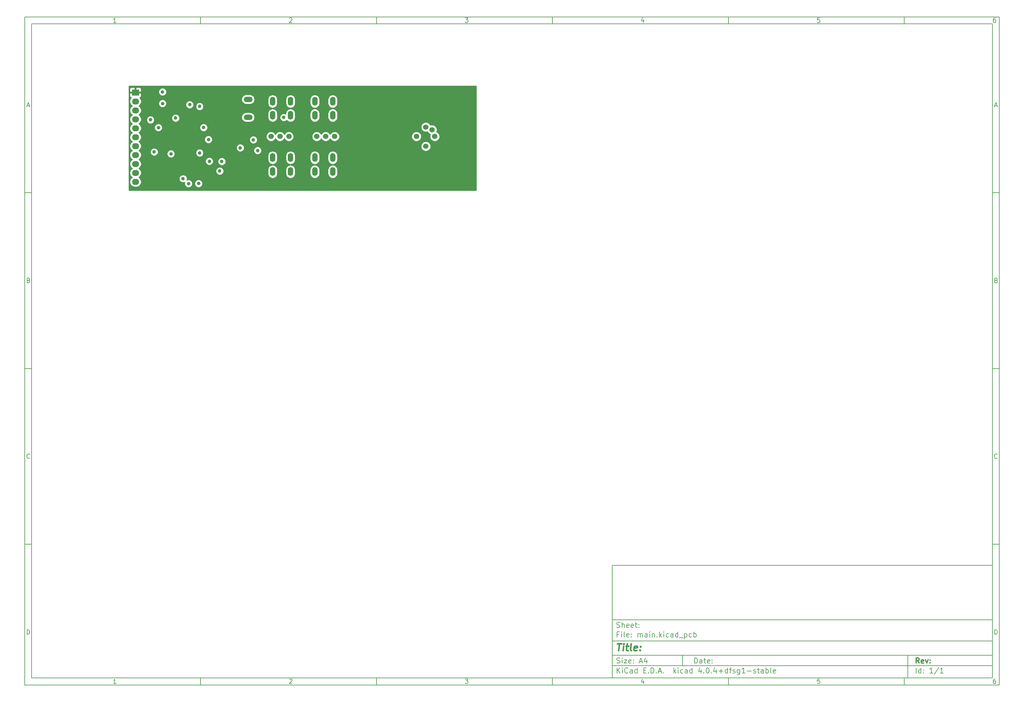
<source format=gbr>
G04 #@! TF.FileFunction,Copper,L3,Inr,Signal*
%FSLAX46Y46*%
G04 Gerber Fmt 4.6, Leading zero omitted, Abs format (unit mm)*
G04 Created by KiCad (PCBNEW 4.0.4+dfsg1-stable) date Mon Feb 27 17:01:07 2017*
%MOMM*%
%LPD*%
G01*
G04 APERTURE LIST*
%ADD10C,0.100000*%
%ADD11C,0.150000*%
%ADD12C,0.300000*%
%ADD13C,0.400000*%
%ADD14O,1.501140X2.499360*%
%ADD15O,2.499360X1.501140*%
%ADD16C,1.524000*%
%ADD17R,2.032000X1.727200*%
%ADD18O,2.032000X1.727200*%
%ADD19C,1.000000*%
%ADD20C,0.254000*%
G04 APERTURE END LIST*
D10*
D11*
X177002200Y-166007200D02*
X177002200Y-198007200D01*
X285002200Y-198007200D01*
X285002200Y-166007200D01*
X177002200Y-166007200D01*
D10*
D11*
X10000000Y-10000000D02*
X10000000Y-200007200D01*
X287002200Y-200007200D01*
X287002200Y-10000000D01*
X10000000Y-10000000D01*
D10*
D11*
X12000000Y-12000000D02*
X12000000Y-198007200D01*
X285002200Y-198007200D01*
X285002200Y-12000000D01*
X12000000Y-12000000D01*
D10*
D11*
X60000000Y-12000000D02*
X60000000Y-10000000D01*
D10*
D11*
X110000000Y-12000000D02*
X110000000Y-10000000D01*
D10*
D11*
X160000000Y-12000000D02*
X160000000Y-10000000D01*
D10*
D11*
X210000000Y-12000000D02*
X210000000Y-10000000D01*
D10*
D11*
X260000000Y-12000000D02*
X260000000Y-10000000D01*
D10*
D11*
X35990476Y-11588095D02*
X35247619Y-11588095D01*
X35619048Y-11588095D02*
X35619048Y-10288095D01*
X35495238Y-10473810D01*
X35371429Y-10597619D01*
X35247619Y-10659524D01*
D10*
D11*
X85247619Y-10411905D02*
X85309524Y-10350000D01*
X85433333Y-10288095D01*
X85742857Y-10288095D01*
X85866667Y-10350000D01*
X85928571Y-10411905D01*
X85990476Y-10535714D01*
X85990476Y-10659524D01*
X85928571Y-10845238D01*
X85185714Y-11588095D01*
X85990476Y-11588095D01*
D10*
D11*
X135185714Y-10288095D02*
X135990476Y-10288095D01*
X135557143Y-10783333D01*
X135742857Y-10783333D01*
X135866667Y-10845238D01*
X135928571Y-10907143D01*
X135990476Y-11030952D01*
X135990476Y-11340476D01*
X135928571Y-11464286D01*
X135866667Y-11526190D01*
X135742857Y-11588095D01*
X135371429Y-11588095D01*
X135247619Y-11526190D01*
X135185714Y-11464286D01*
D10*
D11*
X185866667Y-10721429D02*
X185866667Y-11588095D01*
X185557143Y-10226190D02*
X185247619Y-11154762D01*
X186052381Y-11154762D01*
D10*
D11*
X235928571Y-10288095D02*
X235309524Y-10288095D01*
X235247619Y-10907143D01*
X235309524Y-10845238D01*
X235433333Y-10783333D01*
X235742857Y-10783333D01*
X235866667Y-10845238D01*
X235928571Y-10907143D01*
X235990476Y-11030952D01*
X235990476Y-11340476D01*
X235928571Y-11464286D01*
X235866667Y-11526190D01*
X235742857Y-11588095D01*
X235433333Y-11588095D01*
X235309524Y-11526190D01*
X235247619Y-11464286D01*
D10*
D11*
X285866667Y-10288095D02*
X285619048Y-10288095D01*
X285495238Y-10350000D01*
X285433333Y-10411905D01*
X285309524Y-10597619D01*
X285247619Y-10845238D01*
X285247619Y-11340476D01*
X285309524Y-11464286D01*
X285371429Y-11526190D01*
X285495238Y-11588095D01*
X285742857Y-11588095D01*
X285866667Y-11526190D01*
X285928571Y-11464286D01*
X285990476Y-11340476D01*
X285990476Y-11030952D01*
X285928571Y-10907143D01*
X285866667Y-10845238D01*
X285742857Y-10783333D01*
X285495238Y-10783333D01*
X285371429Y-10845238D01*
X285309524Y-10907143D01*
X285247619Y-11030952D01*
D10*
D11*
X60000000Y-198007200D02*
X60000000Y-200007200D01*
D10*
D11*
X110000000Y-198007200D02*
X110000000Y-200007200D01*
D10*
D11*
X160000000Y-198007200D02*
X160000000Y-200007200D01*
D10*
D11*
X210000000Y-198007200D02*
X210000000Y-200007200D01*
D10*
D11*
X260000000Y-198007200D02*
X260000000Y-200007200D01*
D10*
D11*
X35990476Y-199595295D02*
X35247619Y-199595295D01*
X35619048Y-199595295D02*
X35619048Y-198295295D01*
X35495238Y-198481010D01*
X35371429Y-198604819D01*
X35247619Y-198666724D01*
D10*
D11*
X85247619Y-198419105D02*
X85309524Y-198357200D01*
X85433333Y-198295295D01*
X85742857Y-198295295D01*
X85866667Y-198357200D01*
X85928571Y-198419105D01*
X85990476Y-198542914D01*
X85990476Y-198666724D01*
X85928571Y-198852438D01*
X85185714Y-199595295D01*
X85990476Y-199595295D01*
D10*
D11*
X135185714Y-198295295D02*
X135990476Y-198295295D01*
X135557143Y-198790533D01*
X135742857Y-198790533D01*
X135866667Y-198852438D01*
X135928571Y-198914343D01*
X135990476Y-199038152D01*
X135990476Y-199347676D01*
X135928571Y-199471486D01*
X135866667Y-199533390D01*
X135742857Y-199595295D01*
X135371429Y-199595295D01*
X135247619Y-199533390D01*
X135185714Y-199471486D01*
D10*
D11*
X185866667Y-198728629D02*
X185866667Y-199595295D01*
X185557143Y-198233390D02*
X185247619Y-199161962D01*
X186052381Y-199161962D01*
D10*
D11*
X235928571Y-198295295D02*
X235309524Y-198295295D01*
X235247619Y-198914343D01*
X235309524Y-198852438D01*
X235433333Y-198790533D01*
X235742857Y-198790533D01*
X235866667Y-198852438D01*
X235928571Y-198914343D01*
X235990476Y-199038152D01*
X235990476Y-199347676D01*
X235928571Y-199471486D01*
X235866667Y-199533390D01*
X235742857Y-199595295D01*
X235433333Y-199595295D01*
X235309524Y-199533390D01*
X235247619Y-199471486D01*
D10*
D11*
X285866667Y-198295295D02*
X285619048Y-198295295D01*
X285495238Y-198357200D01*
X285433333Y-198419105D01*
X285309524Y-198604819D01*
X285247619Y-198852438D01*
X285247619Y-199347676D01*
X285309524Y-199471486D01*
X285371429Y-199533390D01*
X285495238Y-199595295D01*
X285742857Y-199595295D01*
X285866667Y-199533390D01*
X285928571Y-199471486D01*
X285990476Y-199347676D01*
X285990476Y-199038152D01*
X285928571Y-198914343D01*
X285866667Y-198852438D01*
X285742857Y-198790533D01*
X285495238Y-198790533D01*
X285371429Y-198852438D01*
X285309524Y-198914343D01*
X285247619Y-199038152D01*
D10*
D11*
X10000000Y-60000000D02*
X12000000Y-60000000D01*
D10*
D11*
X10000000Y-110000000D02*
X12000000Y-110000000D01*
D10*
D11*
X10000000Y-160000000D02*
X12000000Y-160000000D01*
D10*
D11*
X10690476Y-35216667D02*
X11309524Y-35216667D01*
X10566667Y-35588095D02*
X11000000Y-34288095D01*
X11433333Y-35588095D01*
D10*
D11*
X11092857Y-84907143D02*
X11278571Y-84969048D01*
X11340476Y-85030952D01*
X11402381Y-85154762D01*
X11402381Y-85340476D01*
X11340476Y-85464286D01*
X11278571Y-85526190D01*
X11154762Y-85588095D01*
X10659524Y-85588095D01*
X10659524Y-84288095D01*
X11092857Y-84288095D01*
X11216667Y-84350000D01*
X11278571Y-84411905D01*
X11340476Y-84535714D01*
X11340476Y-84659524D01*
X11278571Y-84783333D01*
X11216667Y-84845238D01*
X11092857Y-84907143D01*
X10659524Y-84907143D01*
D10*
D11*
X11402381Y-135464286D02*
X11340476Y-135526190D01*
X11154762Y-135588095D01*
X11030952Y-135588095D01*
X10845238Y-135526190D01*
X10721429Y-135402381D01*
X10659524Y-135278571D01*
X10597619Y-135030952D01*
X10597619Y-134845238D01*
X10659524Y-134597619D01*
X10721429Y-134473810D01*
X10845238Y-134350000D01*
X11030952Y-134288095D01*
X11154762Y-134288095D01*
X11340476Y-134350000D01*
X11402381Y-134411905D01*
D10*
D11*
X10659524Y-185588095D02*
X10659524Y-184288095D01*
X10969048Y-184288095D01*
X11154762Y-184350000D01*
X11278571Y-184473810D01*
X11340476Y-184597619D01*
X11402381Y-184845238D01*
X11402381Y-185030952D01*
X11340476Y-185278571D01*
X11278571Y-185402381D01*
X11154762Y-185526190D01*
X10969048Y-185588095D01*
X10659524Y-185588095D01*
D10*
D11*
X287002200Y-60000000D02*
X285002200Y-60000000D01*
D10*
D11*
X287002200Y-110000000D02*
X285002200Y-110000000D01*
D10*
D11*
X287002200Y-160000000D02*
X285002200Y-160000000D01*
D10*
D11*
X285692676Y-35216667D02*
X286311724Y-35216667D01*
X285568867Y-35588095D02*
X286002200Y-34288095D01*
X286435533Y-35588095D01*
D10*
D11*
X286095057Y-84907143D02*
X286280771Y-84969048D01*
X286342676Y-85030952D01*
X286404581Y-85154762D01*
X286404581Y-85340476D01*
X286342676Y-85464286D01*
X286280771Y-85526190D01*
X286156962Y-85588095D01*
X285661724Y-85588095D01*
X285661724Y-84288095D01*
X286095057Y-84288095D01*
X286218867Y-84350000D01*
X286280771Y-84411905D01*
X286342676Y-84535714D01*
X286342676Y-84659524D01*
X286280771Y-84783333D01*
X286218867Y-84845238D01*
X286095057Y-84907143D01*
X285661724Y-84907143D01*
D10*
D11*
X286404581Y-135464286D02*
X286342676Y-135526190D01*
X286156962Y-135588095D01*
X286033152Y-135588095D01*
X285847438Y-135526190D01*
X285723629Y-135402381D01*
X285661724Y-135278571D01*
X285599819Y-135030952D01*
X285599819Y-134845238D01*
X285661724Y-134597619D01*
X285723629Y-134473810D01*
X285847438Y-134350000D01*
X286033152Y-134288095D01*
X286156962Y-134288095D01*
X286342676Y-134350000D01*
X286404581Y-134411905D01*
D10*
D11*
X285661724Y-185588095D02*
X285661724Y-184288095D01*
X285971248Y-184288095D01*
X286156962Y-184350000D01*
X286280771Y-184473810D01*
X286342676Y-184597619D01*
X286404581Y-184845238D01*
X286404581Y-185030952D01*
X286342676Y-185278571D01*
X286280771Y-185402381D01*
X286156962Y-185526190D01*
X285971248Y-185588095D01*
X285661724Y-185588095D01*
D10*
D11*
X200359343Y-193785771D02*
X200359343Y-192285771D01*
X200716486Y-192285771D01*
X200930771Y-192357200D01*
X201073629Y-192500057D01*
X201145057Y-192642914D01*
X201216486Y-192928629D01*
X201216486Y-193142914D01*
X201145057Y-193428629D01*
X201073629Y-193571486D01*
X200930771Y-193714343D01*
X200716486Y-193785771D01*
X200359343Y-193785771D01*
X202502200Y-193785771D02*
X202502200Y-193000057D01*
X202430771Y-192857200D01*
X202287914Y-192785771D01*
X202002200Y-192785771D01*
X201859343Y-192857200D01*
X202502200Y-193714343D02*
X202359343Y-193785771D01*
X202002200Y-193785771D01*
X201859343Y-193714343D01*
X201787914Y-193571486D01*
X201787914Y-193428629D01*
X201859343Y-193285771D01*
X202002200Y-193214343D01*
X202359343Y-193214343D01*
X202502200Y-193142914D01*
X203002200Y-192785771D02*
X203573629Y-192785771D01*
X203216486Y-192285771D02*
X203216486Y-193571486D01*
X203287914Y-193714343D01*
X203430772Y-193785771D01*
X203573629Y-193785771D01*
X204645057Y-193714343D02*
X204502200Y-193785771D01*
X204216486Y-193785771D01*
X204073629Y-193714343D01*
X204002200Y-193571486D01*
X204002200Y-193000057D01*
X204073629Y-192857200D01*
X204216486Y-192785771D01*
X204502200Y-192785771D01*
X204645057Y-192857200D01*
X204716486Y-193000057D01*
X204716486Y-193142914D01*
X204002200Y-193285771D01*
X205359343Y-193642914D02*
X205430771Y-193714343D01*
X205359343Y-193785771D01*
X205287914Y-193714343D01*
X205359343Y-193642914D01*
X205359343Y-193785771D01*
X205359343Y-192857200D02*
X205430771Y-192928629D01*
X205359343Y-193000057D01*
X205287914Y-192928629D01*
X205359343Y-192857200D01*
X205359343Y-193000057D01*
D10*
D11*
X177002200Y-194507200D02*
X285002200Y-194507200D01*
D10*
D11*
X178359343Y-196585771D02*
X178359343Y-195085771D01*
X179216486Y-196585771D02*
X178573629Y-195728629D01*
X179216486Y-195085771D02*
X178359343Y-195942914D01*
X179859343Y-196585771D02*
X179859343Y-195585771D01*
X179859343Y-195085771D02*
X179787914Y-195157200D01*
X179859343Y-195228629D01*
X179930771Y-195157200D01*
X179859343Y-195085771D01*
X179859343Y-195228629D01*
X181430772Y-196442914D02*
X181359343Y-196514343D01*
X181145057Y-196585771D01*
X181002200Y-196585771D01*
X180787915Y-196514343D01*
X180645057Y-196371486D01*
X180573629Y-196228629D01*
X180502200Y-195942914D01*
X180502200Y-195728629D01*
X180573629Y-195442914D01*
X180645057Y-195300057D01*
X180787915Y-195157200D01*
X181002200Y-195085771D01*
X181145057Y-195085771D01*
X181359343Y-195157200D01*
X181430772Y-195228629D01*
X182716486Y-196585771D02*
X182716486Y-195800057D01*
X182645057Y-195657200D01*
X182502200Y-195585771D01*
X182216486Y-195585771D01*
X182073629Y-195657200D01*
X182716486Y-196514343D02*
X182573629Y-196585771D01*
X182216486Y-196585771D01*
X182073629Y-196514343D01*
X182002200Y-196371486D01*
X182002200Y-196228629D01*
X182073629Y-196085771D01*
X182216486Y-196014343D01*
X182573629Y-196014343D01*
X182716486Y-195942914D01*
X184073629Y-196585771D02*
X184073629Y-195085771D01*
X184073629Y-196514343D02*
X183930772Y-196585771D01*
X183645058Y-196585771D01*
X183502200Y-196514343D01*
X183430772Y-196442914D01*
X183359343Y-196300057D01*
X183359343Y-195871486D01*
X183430772Y-195728629D01*
X183502200Y-195657200D01*
X183645058Y-195585771D01*
X183930772Y-195585771D01*
X184073629Y-195657200D01*
X185930772Y-195800057D02*
X186430772Y-195800057D01*
X186645058Y-196585771D02*
X185930772Y-196585771D01*
X185930772Y-195085771D01*
X186645058Y-195085771D01*
X187287915Y-196442914D02*
X187359343Y-196514343D01*
X187287915Y-196585771D01*
X187216486Y-196514343D01*
X187287915Y-196442914D01*
X187287915Y-196585771D01*
X188002201Y-196585771D02*
X188002201Y-195085771D01*
X188359344Y-195085771D01*
X188573629Y-195157200D01*
X188716487Y-195300057D01*
X188787915Y-195442914D01*
X188859344Y-195728629D01*
X188859344Y-195942914D01*
X188787915Y-196228629D01*
X188716487Y-196371486D01*
X188573629Y-196514343D01*
X188359344Y-196585771D01*
X188002201Y-196585771D01*
X189502201Y-196442914D02*
X189573629Y-196514343D01*
X189502201Y-196585771D01*
X189430772Y-196514343D01*
X189502201Y-196442914D01*
X189502201Y-196585771D01*
X190145058Y-196157200D02*
X190859344Y-196157200D01*
X190002201Y-196585771D02*
X190502201Y-195085771D01*
X191002201Y-196585771D01*
X191502201Y-196442914D02*
X191573629Y-196514343D01*
X191502201Y-196585771D01*
X191430772Y-196514343D01*
X191502201Y-196442914D01*
X191502201Y-196585771D01*
X194502201Y-196585771D02*
X194502201Y-195085771D01*
X194645058Y-196014343D02*
X195073629Y-196585771D01*
X195073629Y-195585771D02*
X194502201Y-196157200D01*
X195716487Y-196585771D02*
X195716487Y-195585771D01*
X195716487Y-195085771D02*
X195645058Y-195157200D01*
X195716487Y-195228629D01*
X195787915Y-195157200D01*
X195716487Y-195085771D01*
X195716487Y-195228629D01*
X197073630Y-196514343D02*
X196930773Y-196585771D01*
X196645059Y-196585771D01*
X196502201Y-196514343D01*
X196430773Y-196442914D01*
X196359344Y-196300057D01*
X196359344Y-195871486D01*
X196430773Y-195728629D01*
X196502201Y-195657200D01*
X196645059Y-195585771D01*
X196930773Y-195585771D01*
X197073630Y-195657200D01*
X198359344Y-196585771D02*
X198359344Y-195800057D01*
X198287915Y-195657200D01*
X198145058Y-195585771D01*
X197859344Y-195585771D01*
X197716487Y-195657200D01*
X198359344Y-196514343D02*
X198216487Y-196585771D01*
X197859344Y-196585771D01*
X197716487Y-196514343D01*
X197645058Y-196371486D01*
X197645058Y-196228629D01*
X197716487Y-196085771D01*
X197859344Y-196014343D01*
X198216487Y-196014343D01*
X198359344Y-195942914D01*
X199716487Y-196585771D02*
X199716487Y-195085771D01*
X199716487Y-196514343D02*
X199573630Y-196585771D01*
X199287916Y-196585771D01*
X199145058Y-196514343D01*
X199073630Y-196442914D01*
X199002201Y-196300057D01*
X199002201Y-195871486D01*
X199073630Y-195728629D01*
X199145058Y-195657200D01*
X199287916Y-195585771D01*
X199573630Y-195585771D01*
X199716487Y-195657200D01*
X202216487Y-195585771D02*
X202216487Y-196585771D01*
X201859344Y-195014343D02*
X201502201Y-196085771D01*
X202430773Y-196085771D01*
X203002201Y-196442914D02*
X203073629Y-196514343D01*
X203002201Y-196585771D01*
X202930772Y-196514343D01*
X203002201Y-196442914D01*
X203002201Y-196585771D01*
X204002201Y-195085771D02*
X204145058Y-195085771D01*
X204287915Y-195157200D01*
X204359344Y-195228629D01*
X204430773Y-195371486D01*
X204502201Y-195657200D01*
X204502201Y-196014343D01*
X204430773Y-196300057D01*
X204359344Y-196442914D01*
X204287915Y-196514343D01*
X204145058Y-196585771D01*
X204002201Y-196585771D01*
X203859344Y-196514343D01*
X203787915Y-196442914D01*
X203716487Y-196300057D01*
X203645058Y-196014343D01*
X203645058Y-195657200D01*
X203716487Y-195371486D01*
X203787915Y-195228629D01*
X203859344Y-195157200D01*
X204002201Y-195085771D01*
X205145058Y-196442914D02*
X205216486Y-196514343D01*
X205145058Y-196585771D01*
X205073629Y-196514343D01*
X205145058Y-196442914D01*
X205145058Y-196585771D01*
X206502201Y-195585771D02*
X206502201Y-196585771D01*
X206145058Y-195014343D02*
X205787915Y-196085771D01*
X206716487Y-196085771D01*
X207287915Y-196014343D02*
X208430772Y-196014343D01*
X207859343Y-196585771D02*
X207859343Y-195442914D01*
X209787915Y-196585771D02*
X209787915Y-195085771D01*
X209787915Y-196514343D02*
X209645058Y-196585771D01*
X209359344Y-196585771D01*
X209216486Y-196514343D01*
X209145058Y-196442914D01*
X209073629Y-196300057D01*
X209073629Y-195871486D01*
X209145058Y-195728629D01*
X209216486Y-195657200D01*
X209359344Y-195585771D01*
X209645058Y-195585771D01*
X209787915Y-195657200D01*
X210287915Y-195585771D02*
X210859344Y-195585771D01*
X210502201Y-196585771D02*
X210502201Y-195300057D01*
X210573629Y-195157200D01*
X210716487Y-195085771D01*
X210859344Y-195085771D01*
X211287915Y-196514343D02*
X211430772Y-196585771D01*
X211716487Y-196585771D01*
X211859344Y-196514343D01*
X211930772Y-196371486D01*
X211930772Y-196300057D01*
X211859344Y-196157200D01*
X211716487Y-196085771D01*
X211502201Y-196085771D01*
X211359344Y-196014343D01*
X211287915Y-195871486D01*
X211287915Y-195800057D01*
X211359344Y-195657200D01*
X211502201Y-195585771D01*
X211716487Y-195585771D01*
X211859344Y-195657200D01*
X213216487Y-195585771D02*
X213216487Y-196800057D01*
X213145058Y-196942914D01*
X213073630Y-197014343D01*
X212930773Y-197085771D01*
X212716487Y-197085771D01*
X212573630Y-197014343D01*
X213216487Y-196514343D02*
X213073630Y-196585771D01*
X212787916Y-196585771D01*
X212645058Y-196514343D01*
X212573630Y-196442914D01*
X212502201Y-196300057D01*
X212502201Y-195871486D01*
X212573630Y-195728629D01*
X212645058Y-195657200D01*
X212787916Y-195585771D01*
X213073630Y-195585771D01*
X213216487Y-195657200D01*
X214716487Y-196585771D02*
X213859344Y-196585771D01*
X214287916Y-196585771D02*
X214287916Y-195085771D01*
X214145059Y-195300057D01*
X214002201Y-195442914D01*
X213859344Y-195514343D01*
X215359344Y-196014343D02*
X216502201Y-196014343D01*
X217145058Y-196514343D02*
X217287915Y-196585771D01*
X217573630Y-196585771D01*
X217716487Y-196514343D01*
X217787915Y-196371486D01*
X217787915Y-196300057D01*
X217716487Y-196157200D01*
X217573630Y-196085771D01*
X217359344Y-196085771D01*
X217216487Y-196014343D01*
X217145058Y-195871486D01*
X217145058Y-195800057D01*
X217216487Y-195657200D01*
X217359344Y-195585771D01*
X217573630Y-195585771D01*
X217716487Y-195657200D01*
X218216487Y-195585771D02*
X218787916Y-195585771D01*
X218430773Y-195085771D02*
X218430773Y-196371486D01*
X218502201Y-196514343D01*
X218645059Y-196585771D01*
X218787916Y-196585771D01*
X219930773Y-196585771D02*
X219930773Y-195800057D01*
X219859344Y-195657200D01*
X219716487Y-195585771D01*
X219430773Y-195585771D01*
X219287916Y-195657200D01*
X219930773Y-196514343D02*
X219787916Y-196585771D01*
X219430773Y-196585771D01*
X219287916Y-196514343D01*
X219216487Y-196371486D01*
X219216487Y-196228629D01*
X219287916Y-196085771D01*
X219430773Y-196014343D01*
X219787916Y-196014343D01*
X219930773Y-195942914D01*
X220645059Y-196585771D02*
X220645059Y-195085771D01*
X220645059Y-195657200D02*
X220787916Y-195585771D01*
X221073630Y-195585771D01*
X221216487Y-195657200D01*
X221287916Y-195728629D01*
X221359345Y-195871486D01*
X221359345Y-196300057D01*
X221287916Y-196442914D01*
X221216487Y-196514343D01*
X221073630Y-196585771D01*
X220787916Y-196585771D01*
X220645059Y-196514343D01*
X222216488Y-196585771D02*
X222073630Y-196514343D01*
X222002202Y-196371486D01*
X222002202Y-195085771D01*
X223359344Y-196514343D02*
X223216487Y-196585771D01*
X222930773Y-196585771D01*
X222787916Y-196514343D01*
X222716487Y-196371486D01*
X222716487Y-195800057D01*
X222787916Y-195657200D01*
X222930773Y-195585771D01*
X223216487Y-195585771D01*
X223359344Y-195657200D01*
X223430773Y-195800057D01*
X223430773Y-195942914D01*
X222716487Y-196085771D01*
D10*
D11*
X177002200Y-191507200D02*
X285002200Y-191507200D01*
D10*
D12*
X264216486Y-193785771D02*
X263716486Y-193071486D01*
X263359343Y-193785771D02*
X263359343Y-192285771D01*
X263930771Y-192285771D01*
X264073629Y-192357200D01*
X264145057Y-192428629D01*
X264216486Y-192571486D01*
X264216486Y-192785771D01*
X264145057Y-192928629D01*
X264073629Y-193000057D01*
X263930771Y-193071486D01*
X263359343Y-193071486D01*
X265430771Y-193714343D02*
X265287914Y-193785771D01*
X265002200Y-193785771D01*
X264859343Y-193714343D01*
X264787914Y-193571486D01*
X264787914Y-193000057D01*
X264859343Y-192857200D01*
X265002200Y-192785771D01*
X265287914Y-192785771D01*
X265430771Y-192857200D01*
X265502200Y-193000057D01*
X265502200Y-193142914D01*
X264787914Y-193285771D01*
X266002200Y-192785771D02*
X266359343Y-193785771D01*
X266716485Y-192785771D01*
X267287914Y-193642914D02*
X267359342Y-193714343D01*
X267287914Y-193785771D01*
X267216485Y-193714343D01*
X267287914Y-193642914D01*
X267287914Y-193785771D01*
X267287914Y-192857200D02*
X267359342Y-192928629D01*
X267287914Y-193000057D01*
X267216485Y-192928629D01*
X267287914Y-192857200D01*
X267287914Y-193000057D01*
D10*
D11*
X178287914Y-193714343D02*
X178502200Y-193785771D01*
X178859343Y-193785771D01*
X179002200Y-193714343D01*
X179073629Y-193642914D01*
X179145057Y-193500057D01*
X179145057Y-193357200D01*
X179073629Y-193214343D01*
X179002200Y-193142914D01*
X178859343Y-193071486D01*
X178573629Y-193000057D01*
X178430771Y-192928629D01*
X178359343Y-192857200D01*
X178287914Y-192714343D01*
X178287914Y-192571486D01*
X178359343Y-192428629D01*
X178430771Y-192357200D01*
X178573629Y-192285771D01*
X178930771Y-192285771D01*
X179145057Y-192357200D01*
X179787914Y-193785771D02*
X179787914Y-192785771D01*
X179787914Y-192285771D02*
X179716485Y-192357200D01*
X179787914Y-192428629D01*
X179859342Y-192357200D01*
X179787914Y-192285771D01*
X179787914Y-192428629D01*
X180359343Y-192785771D02*
X181145057Y-192785771D01*
X180359343Y-193785771D01*
X181145057Y-193785771D01*
X182287914Y-193714343D02*
X182145057Y-193785771D01*
X181859343Y-193785771D01*
X181716486Y-193714343D01*
X181645057Y-193571486D01*
X181645057Y-193000057D01*
X181716486Y-192857200D01*
X181859343Y-192785771D01*
X182145057Y-192785771D01*
X182287914Y-192857200D01*
X182359343Y-193000057D01*
X182359343Y-193142914D01*
X181645057Y-193285771D01*
X183002200Y-193642914D02*
X183073628Y-193714343D01*
X183002200Y-193785771D01*
X182930771Y-193714343D01*
X183002200Y-193642914D01*
X183002200Y-193785771D01*
X183002200Y-192857200D02*
X183073628Y-192928629D01*
X183002200Y-193000057D01*
X182930771Y-192928629D01*
X183002200Y-192857200D01*
X183002200Y-193000057D01*
X184787914Y-193357200D02*
X185502200Y-193357200D01*
X184645057Y-193785771D02*
X185145057Y-192285771D01*
X185645057Y-193785771D01*
X186787914Y-192785771D02*
X186787914Y-193785771D01*
X186430771Y-192214343D02*
X186073628Y-193285771D01*
X187002200Y-193285771D01*
D10*
D11*
X263359343Y-196585771D02*
X263359343Y-195085771D01*
X264716486Y-196585771D02*
X264716486Y-195085771D01*
X264716486Y-196514343D02*
X264573629Y-196585771D01*
X264287915Y-196585771D01*
X264145057Y-196514343D01*
X264073629Y-196442914D01*
X264002200Y-196300057D01*
X264002200Y-195871486D01*
X264073629Y-195728629D01*
X264145057Y-195657200D01*
X264287915Y-195585771D01*
X264573629Y-195585771D01*
X264716486Y-195657200D01*
X265430772Y-196442914D02*
X265502200Y-196514343D01*
X265430772Y-196585771D01*
X265359343Y-196514343D01*
X265430772Y-196442914D01*
X265430772Y-196585771D01*
X265430772Y-195657200D02*
X265502200Y-195728629D01*
X265430772Y-195800057D01*
X265359343Y-195728629D01*
X265430772Y-195657200D01*
X265430772Y-195800057D01*
X268073629Y-196585771D02*
X267216486Y-196585771D01*
X267645058Y-196585771D02*
X267645058Y-195085771D01*
X267502201Y-195300057D01*
X267359343Y-195442914D01*
X267216486Y-195514343D01*
X269787914Y-195014343D02*
X268502200Y-196942914D01*
X271073629Y-196585771D02*
X270216486Y-196585771D01*
X270645058Y-196585771D02*
X270645058Y-195085771D01*
X270502201Y-195300057D01*
X270359343Y-195442914D01*
X270216486Y-195514343D01*
D10*
D11*
X177002200Y-187507200D02*
X285002200Y-187507200D01*
D10*
D13*
X178454581Y-188211962D02*
X179597438Y-188211962D01*
X178776010Y-190211962D02*
X179026010Y-188211962D01*
X180014105Y-190211962D02*
X180180771Y-188878629D01*
X180264105Y-188211962D02*
X180156962Y-188307200D01*
X180240295Y-188402438D01*
X180347439Y-188307200D01*
X180264105Y-188211962D01*
X180240295Y-188402438D01*
X180847438Y-188878629D02*
X181609343Y-188878629D01*
X181216486Y-188211962D02*
X181002200Y-189926248D01*
X181073630Y-190116724D01*
X181252201Y-190211962D01*
X181442677Y-190211962D01*
X182395058Y-190211962D02*
X182216487Y-190116724D01*
X182145057Y-189926248D01*
X182359343Y-188211962D01*
X183930772Y-190116724D02*
X183728391Y-190211962D01*
X183347439Y-190211962D01*
X183168867Y-190116724D01*
X183097438Y-189926248D01*
X183192676Y-189164343D01*
X183311724Y-188973867D01*
X183514105Y-188878629D01*
X183895057Y-188878629D01*
X184073629Y-188973867D01*
X184145057Y-189164343D01*
X184121248Y-189354819D01*
X183145057Y-189545295D01*
X184895057Y-190021486D02*
X184978392Y-190116724D01*
X184871248Y-190211962D01*
X184787915Y-190116724D01*
X184895057Y-190021486D01*
X184871248Y-190211962D01*
X185026010Y-188973867D02*
X185109344Y-189069105D01*
X185002200Y-189164343D01*
X184918867Y-189069105D01*
X185026010Y-188973867D01*
X185002200Y-189164343D01*
D10*
D11*
X178859343Y-185600057D02*
X178359343Y-185600057D01*
X178359343Y-186385771D02*
X178359343Y-184885771D01*
X179073629Y-184885771D01*
X179645057Y-186385771D02*
X179645057Y-185385771D01*
X179645057Y-184885771D02*
X179573628Y-184957200D01*
X179645057Y-185028629D01*
X179716485Y-184957200D01*
X179645057Y-184885771D01*
X179645057Y-185028629D01*
X180573629Y-186385771D02*
X180430771Y-186314343D01*
X180359343Y-186171486D01*
X180359343Y-184885771D01*
X181716485Y-186314343D02*
X181573628Y-186385771D01*
X181287914Y-186385771D01*
X181145057Y-186314343D01*
X181073628Y-186171486D01*
X181073628Y-185600057D01*
X181145057Y-185457200D01*
X181287914Y-185385771D01*
X181573628Y-185385771D01*
X181716485Y-185457200D01*
X181787914Y-185600057D01*
X181787914Y-185742914D01*
X181073628Y-185885771D01*
X182430771Y-186242914D02*
X182502199Y-186314343D01*
X182430771Y-186385771D01*
X182359342Y-186314343D01*
X182430771Y-186242914D01*
X182430771Y-186385771D01*
X182430771Y-185457200D02*
X182502199Y-185528629D01*
X182430771Y-185600057D01*
X182359342Y-185528629D01*
X182430771Y-185457200D01*
X182430771Y-185600057D01*
X184287914Y-186385771D02*
X184287914Y-185385771D01*
X184287914Y-185528629D02*
X184359342Y-185457200D01*
X184502200Y-185385771D01*
X184716485Y-185385771D01*
X184859342Y-185457200D01*
X184930771Y-185600057D01*
X184930771Y-186385771D01*
X184930771Y-185600057D02*
X185002200Y-185457200D01*
X185145057Y-185385771D01*
X185359342Y-185385771D01*
X185502200Y-185457200D01*
X185573628Y-185600057D01*
X185573628Y-186385771D01*
X186930771Y-186385771D02*
X186930771Y-185600057D01*
X186859342Y-185457200D01*
X186716485Y-185385771D01*
X186430771Y-185385771D01*
X186287914Y-185457200D01*
X186930771Y-186314343D02*
X186787914Y-186385771D01*
X186430771Y-186385771D01*
X186287914Y-186314343D01*
X186216485Y-186171486D01*
X186216485Y-186028629D01*
X186287914Y-185885771D01*
X186430771Y-185814343D01*
X186787914Y-185814343D01*
X186930771Y-185742914D01*
X187645057Y-186385771D02*
X187645057Y-185385771D01*
X187645057Y-184885771D02*
X187573628Y-184957200D01*
X187645057Y-185028629D01*
X187716485Y-184957200D01*
X187645057Y-184885771D01*
X187645057Y-185028629D01*
X188359343Y-185385771D02*
X188359343Y-186385771D01*
X188359343Y-185528629D02*
X188430771Y-185457200D01*
X188573629Y-185385771D01*
X188787914Y-185385771D01*
X188930771Y-185457200D01*
X189002200Y-185600057D01*
X189002200Y-186385771D01*
X189716486Y-186242914D02*
X189787914Y-186314343D01*
X189716486Y-186385771D01*
X189645057Y-186314343D01*
X189716486Y-186242914D01*
X189716486Y-186385771D01*
X190430772Y-186385771D02*
X190430772Y-184885771D01*
X190573629Y-185814343D02*
X191002200Y-186385771D01*
X191002200Y-185385771D02*
X190430772Y-185957200D01*
X191645058Y-186385771D02*
X191645058Y-185385771D01*
X191645058Y-184885771D02*
X191573629Y-184957200D01*
X191645058Y-185028629D01*
X191716486Y-184957200D01*
X191645058Y-184885771D01*
X191645058Y-185028629D01*
X193002201Y-186314343D02*
X192859344Y-186385771D01*
X192573630Y-186385771D01*
X192430772Y-186314343D01*
X192359344Y-186242914D01*
X192287915Y-186100057D01*
X192287915Y-185671486D01*
X192359344Y-185528629D01*
X192430772Y-185457200D01*
X192573630Y-185385771D01*
X192859344Y-185385771D01*
X193002201Y-185457200D01*
X194287915Y-186385771D02*
X194287915Y-185600057D01*
X194216486Y-185457200D01*
X194073629Y-185385771D01*
X193787915Y-185385771D01*
X193645058Y-185457200D01*
X194287915Y-186314343D02*
X194145058Y-186385771D01*
X193787915Y-186385771D01*
X193645058Y-186314343D01*
X193573629Y-186171486D01*
X193573629Y-186028629D01*
X193645058Y-185885771D01*
X193787915Y-185814343D01*
X194145058Y-185814343D01*
X194287915Y-185742914D01*
X195645058Y-186385771D02*
X195645058Y-184885771D01*
X195645058Y-186314343D02*
X195502201Y-186385771D01*
X195216487Y-186385771D01*
X195073629Y-186314343D01*
X195002201Y-186242914D01*
X194930772Y-186100057D01*
X194930772Y-185671486D01*
X195002201Y-185528629D01*
X195073629Y-185457200D01*
X195216487Y-185385771D01*
X195502201Y-185385771D01*
X195645058Y-185457200D01*
X196002201Y-186528629D02*
X197145058Y-186528629D01*
X197502201Y-185385771D02*
X197502201Y-186885771D01*
X197502201Y-185457200D02*
X197645058Y-185385771D01*
X197930772Y-185385771D01*
X198073629Y-185457200D01*
X198145058Y-185528629D01*
X198216487Y-185671486D01*
X198216487Y-186100057D01*
X198145058Y-186242914D01*
X198073629Y-186314343D01*
X197930772Y-186385771D01*
X197645058Y-186385771D01*
X197502201Y-186314343D01*
X199502201Y-186314343D02*
X199359344Y-186385771D01*
X199073630Y-186385771D01*
X198930772Y-186314343D01*
X198859344Y-186242914D01*
X198787915Y-186100057D01*
X198787915Y-185671486D01*
X198859344Y-185528629D01*
X198930772Y-185457200D01*
X199073630Y-185385771D01*
X199359344Y-185385771D01*
X199502201Y-185457200D01*
X200145058Y-186385771D02*
X200145058Y-184885771D01*
X200145058Y-185457200D02*
X200287915Y-185385771D01*
X200573629Y-185385771D01*
X200716486Y-185457200D01*
X200787915Y-185528629D01*
X200859344Y-185671486D01*
X200859344Y-186100057D01*
X200787915Y-186242914D01*
X200716486Y-186314343D01*
X200573629Y-186385771D01*
X200287915Y-186385771D01*
X200145058Y-186314343D01*
D10*
D11*
X177002200Y-181507200D02*
X285002200Y-181507200D01*
D10*
D11*
X178287914Y-183614343D02*
X178502200Y-183685771D01*
X178859343Y-183685771D01*
X179002200Y-183614343D01*
X179073629Y-183542914D01*
X179145057Y-183400057D01*
X179145057Y-183257200D01*
X179073629Y-183114343D01*
X179002200Y-183042914D01*
X178859343Y-182971486D01*
X178573629Y-182900057D01*
X178430771Y-182828629D01*
X178359343Y-182757200D01*
X178287914Y-182614343D01*
X178287914Y-182471486D01*
X178359343Y-182328629D01*
X178430771Y-182257200D01*
X178573629Y-182185771D01*
X178930771Y-182185771D01*
X179145057Y-182257200D01*
X179787914Y-183685771D02*
X179787914Y-182185771D01*
X180430771Y-183685771D02*
X180430771Y-182900057D01*
X180359342Y-182757200D01*
X180216485Y-182685771D01*
X180002200Y-182685771D01*
X179859342Y-182757200D01*
X179787914Y-182828629D01*
X181716485Y-183614343D02*
X181573628Y-183685771D01*
X181287914Y-183685771D01*
X181145057Y-183614343D01*
X181073628Y-183471486D01*
X181073628Y-182900057D01*
X181145057Y-182757200D01*
X181287914Y-182685771D01*
X181573628Y-182685771D01*
X181716485Y-182757200D01*
X181787914Y-182900057D01*
X181787914Y-183042914D01*
X181073628Y-183185771D01*
X183002199Y-183614343D02*
X182859342Y-183685771D01*
X182573628Y-183685771D01*
X182430771Y-183614343D01*
X182359342Y-183471486D01*
X182359342Y-182900057D01*
X182430771Y-182757200D01*
X182573628Y-182685771D01*
X182859342Y-182685771D01*
X183002199Y-182757200D01*
X183073628Y-182900057D01*
X183073628Y-183042914D01*
X182359342Y-183185771D01*
X183502199Y-182685771D02*
X184073628Y-182685771D01*
X183716485Y-182185771D02*
X183716485Y-183471486D01*
X183787913Y-183614343D01*
X183930771Y-183685771D01*
X184073628Y-183685771D01*
X184573628Y-183542914D02*
X184645056Y-183614343D01*
X184573628Y-183685771D01*
X184502199Y-183614343D01*
X184573628Y-183542914D01*
X184573628Y-183685771D01*
X184573628Y-182757200D02*
X184645056Y-182828629D01*
X184573628Y-182900057D01*
X184502199Y-182828629D01*
X184573628Y-182757200D01*
X184573628Y-182900057D01*
D10*
D11*
X197002200Y-191507200D02*
X197002200Y-194507200D01*
D10*
D11*
X261002200Y-191507200D02*
X261002200Y-198007200D01*
D14*
X80460000Y-34000000D03*
X85540000Y-34000000D03*
X85540000Y-54000000D03*
X80460000Y-54000000D03*
D15*
X73500000Y-33460000D03*
X73500000Y-38540000D03*
D14*
X92460000Y-34000000D03*
X97540000Y-34000000D03*
X97540000Y-54000000D03*
X92460000Y-54000000D03*
D16*
X121333000Y-44000000D03*
X124000000Y-46794000D03*
X126540000Y-44000000D03*
X124000000Y-41333000D03*
X125778000Y-42095000D03*
D14*
X85540000Y-38000000D03*
X80460000Y-38000000D03*
X80460000Y-50000000D03*
X85540000Y-50000000D03*
X97540000Y-38000000D03*
X92460000Y-38000000D03*
X92460000Y-50000000D03*
X97540000Y-50000000D03*
D17*
X41500000Y-31500000D03*
D18*
X41500000Y-34040000D03*
X41500000Y-36580000D03*
X41500000Y-39120000D03*
X41500000Y-41660000D03*
X41500000Y-44200000D03*
X41500000Y-46740000D03*
X41500000Y-49280000D03*
X41500000Y-51820000D03*
X41500000Y-54360000D03*
X41500000Y-56900000D03*
D16*
X95540000Y-44000000D03*
X98080000Y-44000000D03*
X93000000Y-44000000D03*
X82540000Y-44000000D03*
X85080000Y-44000000D03*
X80000000Y-44000000D03*
D19*
X60001800Y-31962300D03*
X64765700Y-48000000D03*
X55754900Y-47165800D03*
X56893000Y-31183400D03*
X65810900Y-34995100D03*
X59450000Y-57360700D03*
X49166400Y-31341700D03*
X76221800Y-48000000D03*
X62500000Y-51052200D03*
X60839100Y-41445700D03*
X59723500Y-35443900D03*
X55000000Y-55996400D03*
X56550000Y-57412200D03*
X52886500Y-38734800D03*
X62223100Y-44877400D03*
X51585000Y-48947300D03*
X65433400Y-53808700D03*
X66000000Y-51091600D03*
X75000000Y-44951100D03*
X49189200Y-34635500D03*
X56893000Y-34947900D03*
X45750000Y-39250000D03*
X48000000Y-41500000D03*
X83625200Y-38592500D03*
X71250000Y-47250000D03*
X46789600Y-48381800D03*
X59718500Y-48687200D03*
D20*
G36*
X138315000Y-59315000D02*
X39685000Y-59315000D01*
X39685000Y-34040000D01*
X39816655Y-34040000D01*
X39930729Y-34613489D01*
X40255585Y-35099670D01*
X40570366Y-35310000D01*
X40255585Y-35520330D01*
X39930729Y-36006511D01*
X39816655Y-36580000D01*
X39930729Y-37153489D01*
X40255585Y-37639670D01*
X40570366Y-37850000D01*
X40255585Y-38060330D01*
X39930729Y-38546511D01*
X39816655Y-39120000D01*
X39930729Y-39693489D01*
X40255585Y-40179670D01*
X40570366Y-40390000D01*
X40255585Y-40600330D01*
X39930729Y-41086511D01*
X39816655Y-41660000D01*
X39930729Y-42233489D01*
X40255585Y-42719670D01*
X40570366Y-42930000D01*
X40255585Y-43140330D01*
X39930729Y-43626511D01*
X39816655Y-44200000D01*
X39930729Y-44773489D01*
X40255585Y-45259670D01*
X40570366Y-45470000D01*
X40255585Y-45680330D01*
X39930729Y-46166511D01*
X39816655Y-46740000D01*
X39930729Y-47313489D01*
X40255585Y-47799670D01*
X40570366Y-48010000D01*
X40255585Y-48220330D01*
X39930729Y-48706511D01*
X39816655Y-49280000D01*
X39930729Y-49853489D01*
X40255585Y-50339670D01*
X40570366Y-50550000D01*
X40255585Y-50760330D01*
X39930729Y-51246511D01*
X39816655Y-51820000D01*
X39930729Y-52393489D01*
X40255585Y-52879670D01*
X40570366Y-53090000D01*
X40255585Y-53300330D01*
X39930729Y-53786511D01*
X39816655Y-54360000D01*
X39930729Y-54933489D01*
X40255585Y-55419670D01*
X40570366Y-55630000D01*
X40255585Y-55840330D01*
X39930729Y-56326511D01*
X39816655Y-56900000D01*
X39930729Y-57473489D01*
X40255585Y-57959670D01*
X40741766Y-58284526D01*
X41315255Y-58398600D01*
X41684745Y-58398600D01*
X42258234Y-58284526D01*
X42744415Y-57959670D01*
X43069271Y-57473489D01*
X43183345Y-56900000D01*
X43069271Y-56326511D01*
X42998888Y-56221175D01*
X53864803Y-56221175D01*
X54037233Y-56638486D01*
X54356235Y-56958045D01*
X54773244Y-57131203D01*
X55224775Y-57131597D01*
X55481625Y-57025468D01*
X55415197Y-57185444D01*
X55414803Y-57636975D01*
X55587233Y-58054286D01*
X55906235Y-58373845D01*
X56323244Y-58547003D01*
X56774775Y-58547397D01*
X57192086Y-58374967D01*
X57511645Y-58055965D01*
X57684803Y-57638956D01*
X57684849Y-57585475D01*
X58314803Y-57585475D01*
X58487233Y-58002786D01*
X58806235Y-58322345D01*
X59223244Y-58495503D01*
X59674775Y-58495897D01*
X60092086Y-58323467D01*
X60411645Y-58004465D01*
X60584803Y-57587456D01*
X60585197Y-57135925D01*
X60412767Y-56718614D01*
X60093765Y-56399055D01*
X59676756Y-56225897D01*
X59225225Y-56225503D01*
X58807914Y-56397933D01*
X58488355Y-56716935D01*
X58315197Y-57133944D01*
X58314803Y-57585475D01*
X57684849Y-57585475D01*
X57685197Y-57187425D01*
X57512767Y-56770114D01*
X57193765Y-56450555D01*
X56776756Y-56277397D01*
X56325225Y-56277003D01*
X56068375Y-56383132D01*
X56134803Y-56223156D01*
X56135197Y-55771625D01*
X55962767Y-55354314D01*
X55643765Y-55034755D01*
X55226756Y-54861597D01*
X54775225Y-54861203D01*
X54357914Y-55033633D01*
X54038355Y-55352635D01*
X53865197Y-55769644D01*
X53864803Y-56221175D01*
X42998888Y-56221175D01*
X42744415Y-55840330D01*
X42429634Y-55630000D01*
X42744415Y-55419670D01*
X43069271Y-54933489D01*
X43183345Y-54360000D01*
X43118396Y-54033475D01*
X64298203Y-54033475D01*
X64470633Y-54450786D01*
X64789635Y-54770345D01*
X65206644Y-54943503D01*
X65658175Y-54943897D01*
X66075486Y-54771467D01*
X66395045Y-54452465D01*
X66568203Y-54035456D01*
X66568597Y-53583925D01*
X66519032Y-53463967D01*
X79074430Y-53463967D01*
X79074430Y-54536033D01*
X79179900Y-55066268D01*
X79480254Y-55515779D01*
X79929765Y-55816133D01*
X80460000Y-55921603D01*
X80990235Y-55816133D01*
X81439746Y-55515779D01*
X81740100Y-55066268D01*
X81845570Y-54536033D01*
X81845570Y-53463967D01*
X84154430Y-53463967D01*
X84154430Y-54536033D01*
X84259900Y-55066268D01*
X84560254Y-55515779D01*
X85009765Y-55816133D01*
X85540000Y-55921603D01*
X86070235Y-55816133D01*
X86519746Y-55515779D01*
X86820100Y-55066268D01*
X86925570Y-54536033D01*
X86925570Y-53463967D01*
X91074430Y-53463967D01*
X91074430Y-54536033D01*
X91179900Y-55066268D01*
X91480254Y-55515779D01*
X91929765Y-55816133D01*
X92460000Y-55921603D01*
X92990235Y-55816133D01*
X93439746Y-55515779D01*
X93740100Y-55066268D01*
X93845570Y-54536033D01*
X93845570Y-53463967D01*
X96154430Y-53463967D01*
X96154430Y-54536033D01*
X96259900Y-55066268D01*
X96560254Y-55515779D01*
X97009765Y-55816133D01*
X97540000Y-55921603D01*
X98070235Y-55816133D01*
X98519746Y-55515779D01*
X98820100Y-55066268D01*
X98925570Y-54536033D01*
X98925570Y-53463967D01*
X98820100Y-52933732D01*
X98519746Y-52484221D01*
X98070235Y-52183867D01*
X97540000Y-52078397D01*
X97009765Y-52183867D01*
X96560254Y-52484221D01*
X96259900Y-52933732D01*
X96154430Y-53463967D01*
X93845570Y-53463967D01*
X93740100Y-52933732D01*
X93439746Y-52484221D01*
X92990235Y-52183867D01*
X92460000Y-52078397D01*
X91929765Y-52183867D01*
X91480254Y-52484221D01*
X91179900Y-52933732D01*
X91074430Y-53463967D01*
X86925570Y-53463967D01*
X86820100Y-52933732D01*
X86519746Y-52484221D01*
X86070235Y-52183867D01*
X85540000Y-52078397D01*
X85009765Y-52183867D01*
X84560254Y-52484221D01*
X84259900Y-52933732D01*
X84154430Y-53463967D01*
X81845570Y-53463967D01*
X81740100Y-52933732D01*
X81439746Y-52484221D01*
X80990235Y-52183867D01*
X80460000Y-52078397D01*
X79929765Y-52183867D01*
X79480254Y-52484221D01*
X79179900Y-52933732D01*
X79074430Y-53463967D01*
X66519032Y-53463967D01*
X66396167Y-53166614D01*
X66077165Y-52847055D01*
X65660156Y-52673897D01*
X65208625Y-52673503D01*
X64791314Y-52845933D01*
X64471755Y-53164935D01*
X64298597Y-53581944D01*
X64298203Y-54033475D01*
X43118396Y-54033475D01*
X43069271Y-53786511D01*
X42744415Y-53300330D01*
X42429634Y-53090000D01*
X42744415Y-52879670D01*
X43069271Y-52393489D01*
X43183345Y-51820000D01*
X43075331Y-51276975D01*
X61364803Y-51276975D01*
X61537233Y-51694286D01*
X61856235Y-52013845D01*
X62273244Y-52187003D01*
X62724775Y-52187397D01*
X63142086Y-52014967D01*
X63461645Y-51695965D01*
X63619265Y-51316375D01*
X64864803Y-51316375D01*
X65037233Y-51733686D01*
X65356235Y-52053245D01*
X65773244Y-52226403D01*
X66224775Y-52226797D01*
X66642086Y-52054367D01*
X66961645Y-51735365D01*
X67134803Y-51318356D01*
X67135197Y-50866825D01*
X66962767Y-50449514D01*
X66643765Y-50129955D01*
X66226756Y-49956797D01*
X65775225Y-49956403D01*
X65357914Y-50128833D01*
X65038355Y-50447835D01*
X64865197Y-50864844D01*
X64864803Y-51316375D01*
X63619265Y-51316375D01*
X63634803Y-51278956D01*
X63635197Y-50827425D01*
X63462767Y-50410114D01*
X63143765Y-50090555D01*
X62726756Y-49917397D01*
X62275225Y-49917003D01*
X61857914Y-50089433D01*
X61538355Y-50408435D01*
X61365197Y-50825444D01*
X61364803Y-51276975D01*
X43075331Y-51276975D01*
X43069271Y-51246511D01*
X42744415Y-50760330D01*
X42429634Y-50550000D01*
X42744415Y-50339670D01*
X43069271Y-49853489D01*
X43183345Y-49280000D01*
X43069271Y-48706511D01*
X43002496Y-48606575D01*
X45654403Y-48606575D01*
X45826833Y-49023886D01*
X46145835Y-49343445D01*
X46562844Y-49516603D01*
X47014375Y-49516997D01*
X47431686Y-49344567D01*
X47604479Y-49172075D01*
X50449803Y-49172075D01*
X50622233Y-49589386D01*
X50941235Y-49908945D01*
X51358244Y-50082103D01*
X51809775Y-50082497D01*
X52227086Y-49910067D01*
X52546645Y-49591065D01*
X52719803Y-49174056D01*
X52720031Y-48911975D01*
X58583303Y-48911975D01*
X58755733Y-49329286D01*
X59074735Y-49648845D01*
X59491744Y-49822003D01*
X59943275Y-49822397D01*
X60360586Y-49649967D01*
X60546910Y-49463967D01*
X79074430Y-49463967D01*
X79074430Y-50536033D01*
X79179900Y-51066268D01*
X79480254Y-51515779D01*
X79929765Y-51816133D01*
X80460000Y-51921603D01*
X80990235Y-51816133D01*
X81439746Y-51515779D01*
X81740100Y-51066268D01*
X81845570Y-50536033D01*
X81845570Y-49463967D01*
X84154430Y-49463967D01*
X84154430Y-50536033D01*
X84259900Y-51066268D01*
X84560254Y-51515779D01*
X85009765Y-51816133D01*
X85540000Y-51921603D01*
X86070235Y-51816133D01*
X86519746Y-51515779D01*
X86820100Y-51066268D01*
X86925570Y-50536033D01*
X86925570Y-49463967D01*
X91074430Y-49463967D01*
X91074430Y-50536033D01*
X91179900Y-51066268D01*
X91480254Y-51515779D01*
X91929765Y-51816133D01*
X92460000Y-51921603D01*
X92990235Y-51816133D01*
X93439746Y-51515779D01*
X93740100Y-51066268D01*
X93845570Y-50536033D01*
X93845570Y-49463967D01*
X96154430Y-49463967D01*
X96154430Y-50536033D01*
X96259900Y-51066268D01*
X96560254Y-51515779D01*
X97009765Y-51816133D01*
X97540000Y-51921603D01*
X98070235Y-51816133D01*
X98519746Y-51515779D01*
X98820100Y-51066268D01*
X98925570Y-50536033D01*
X98925570Y-49463967D01*
X98820100Y-48933732D01*
X98519746Y-48484221D01*
X98070235Y-48183867D01*
X97540000Y-48078397D01*
X97009765Y-48183867D01*
X96560254Y-48484221D01*
X96259900Y-48933732D01*
X96154430Y-49463967D01*
X93845570Y-49463967D01*
X93740100Y-48933732D01*
X93439746Y-48484221D01*
X92990235Y-48183867D01*
X92460000Y-48078397D01*
X91929765Y-48183867D01*
X91480254Y-48484221D01*
X91179900Y-48933732D01*
X91074430Y-49463967D01*
X86925570Y-49463967D01*
X86820100Y-48933732D01*
X86519746Y-48484221D01*
X86070235Y-48183867D01*
X85540000Y-48078397D01*
X85009765Y-48183867D01*
X84560254Y-48484221D01*
X84259900Y-48933732D01*
X84154430Y-49463967D01*
X81845570Y-49463967D01*
X81740100Y-48933732D01*
X81439746Y-48484221D01*
X80990235Y-48183867D01*
X80460000Y-48078397D01*
X79929765Y-48183867D01*
X79480254Y-48484221D01*
X79179900Y-48933732D01*
X79074430Y-49463967D01*
X60546910Y-49463967D01*
X60680145Y-49330965D01*
X60853303Y-48913956D01*
X60853697Y-48462425D01*
X60681267Y-48045114D01*
X60362265Y-47725555D01*
X59945256Y-47552397D01*
X59493725Y-47552003D01*
X59076414Y-47724433D01*
X58756855Y-48043435D01*
X58583697Y-48460444D01*
X58583303Y-48911975D01*
X52720031Y-48911975D01*
X52720197Y-48722525D01*
X52547767Y-48305214D01*
X52228765Y-47985655D01*
X51811756Y-47812497D01*
X51360225Y-47812103D01*
X50942914Y-47984533D01*
X50623355Y-48303535D01*
X50450197Y-48720544D01*
X50449803Y-49172075D01*
X47604479Y-49172075D01*
X47751245Y-49025565D01*
X47924403Y-48608556D01*
X47924797Y-48157025D01*
X47752367Y-47739714D01*
X47487890Y-47474775D01*
X70114803Y-47474775D01*
X70287233Y-47892086D01*
X70606235Y-48211645D01*
X71023244Y-48384803D01*
X71474775Y-48385197D01*
X71863024Y-48224775D01*
X75086603Y-48224775D01*
X75259033Y-48642086D01*
X75578035Y-48961645D01*
X75995044Y-49134803D01*
X76446575Y-49135197D01*
X76863886Y-48962767D01*
X77183445Y-48643765D01*
X77356603Y-48226756D01*
X77356997Y-47775225D01*
X77184567Y-47357914D01*
X76897815Y-47070661D01*
X122602758Y-47070661D01*
X122814990Y-47584303D01*
X123207630Y-47977629D01*
X123720900Y-48190757D01*
X124276661Y-48191242D01*
X124790303Y-47979010D01*
X125183629Y-47586370D01*
X125396757Y-47073100D01*
X125397242Y-46517339D01*
X125185010Y-46003697D01*
X124792370Y-45610371D01*
X124279100Y-45397243D01*
X123723339Y-45396758D01*
X123209697Y-45608990D01*
X122816371Y-46001630D01*
X122603243Y-46514900D01*
X122602758Y-47070661D01*
X76897815Y-47070661D01*
X76865565Y-47038355D01*
X76448556Y-46865197D01*
X75997025Y-46864803D01*
X75579714Y-47037233D01*
X75260155Y-47356235D01*
X75086997Y-47773244D01*
X75086603Y-48224775D01*
X71863024Y-48224775D01*
X71892086Y-48212767D01*
X72211645Y-47893765D01*
X72384803Y-47476756D01*
X72385197Y-47025225D01*
X72212767Y-46607914D01*
X71893765Y-46288355D01*
X71476756Y-46115197D01*
X71025225Y-46114803D01*
X70607914Y-46287233D01*
X70288355Y-46606235D01*
X70115197Y-47023244D01*
X70114803Y-47474775D01*
X47487890Y-47474775D01*
X47433365Y-47420155D01*
X47016356Y-47246997D01*
X46564825Y-47246603D01*
X46147514Y-47419033D01*
X45827955Y-47738035D01*
X45654797Y-48155044D01*
X45654403Y-48606575D01*
X43002496Y-48606575D01*
X42744415Y-48220330D01*
X42429634Y-48010000D01*
X42744415Y-47799670D01*
X43069271Y-47313489D01*
X43183345Y-46740000D01*
X43069271Y-46166511D01*
X42744415Y-45680330D01*
X42429634Y-45470000D01*
X42744415Y-45259670D01*
X42849649Y-45102175D01*
X61087903Y-45102175D01*
X61260333Y-45519486D01*
X61579335Y-45839045D01*
X61996344Y-46012203D01*
X62447875Y-46012597D01*
X62865186Y-45840167D01*
X63184745Y-45521165D01*
X63328122Y-45175875D01*
X73864803Y-45175875D01*
X74037233Y-45593186D01*
X74356235Y-45912745D01*
X74773244Y-46085903D01*
X75224775Y-46086297D01*
X75642086Y-45913867D01*
X75961645Y-45594865D01*
X76134803Y-45177856D01*
X76135197Y-44726325D01*
X75962767Y-44309014D01*
X75930471Y-44276661D01*
X78602758Y-44276661D01*
X78814990Y-44790303D01*
X79207630Y-45183629D01*
X79720900Y-45396757D01*
X80276661Y-45397242D01*
X80790303Y-45185010D01*
X81183629Y-44792370D01*
X81269949Y-44584488D01*
X81354990Y-44790303D01*
X81747630Y-45183629D01*
X82260900Y-45396757D01*
X82816661Y-45397242D01*
X83330303Y-45185010D01*
X83723629Y-44792370D01*
X83809949Y-44584488D01*
X83894990Y-44790303D01*
X84287630Y-45183629D01*
X84800900Y-45396757D01*
X85356661Y-45397242D01*
X85870303Y-45185010D01*
X86263629Y-44792370D01*
X86476757Y-44279100D01*
X86476759Y-44276661D01*
X91602758Y-44276661D01*
X91814990Y-44790303D01*
X92207630Y-45183629D01*
X92720900Y-45396757D01*
X93276661Y-45397242D01*
X93790303Y-45185010D01*
X94183629Y-44792370D01*
X94269949Y-44584488D01*
X94354990Y-44790303D01*
X94747630Y-45183629D01*
X95260900Y-45396757D01*
X95816661Y-45397242D01*
X96330303Y-45185010D01*
X96723629Y-44792370D01*
X96809949Y-44584488D01*
X96894990Y-44790303D01*
X97287630Y-45183629D01*
X97800900Y-45396757D01*
X98356661Y-45397242D01*
X98870303Y-45185010D01*
X99263629Y-44792370D01*
X99476757Y-44279100D01*
X99476759Y-44276661D01*
X119935758Y-44276661D01*
X120147990Y-44790303D01*
X120540630Y-45183629D01*
X121053900Y-45396757D01*
X121609661Y-45397242D01*
X122123303Y-45185010D01*
X122516629Y-44792370D01*
X122729757Y-44279100D01*
X122730242Y-43723339D01*
X122518010Y-43209697D01*
X122125370Y-42816371D01*
X121612100Y-42603243D01*
X121056339Y-42602758D01*
X120542697Y-42814990D01*
X120149371Y-43207630D01*
X119936243Y-43720900D01*
X119935758Y-44276661D01*
X99476759Y-44276661D01*
X99477242Y-43723339D01*
X99265010Y-43209697D01*
X98872370Y-42816371D01*
X98359100Y-42603243D01*
X97803339Y-42602758D01*
X97289697Y-42814990D01*
X96896371Y-43207630D01*
X96810051Y-43415512D01*
X96725010Y-43209697D01*
X96332370Y-42816371D01*
X95819100Y-42603243D01*
X95263339Y-42602758D01*
X94749697Y-42814990D01*
X94356371Y-43207630D01*
X94270051Y-43415512D01*
X94185010Y-43209697D01*
X93792370Y-42816371D01*
X93279100Y-42603243D01*
X92723339Y-42602758D01*
X92209697Y-42814990D01*
X91816371Y-43207630D01*
X91603243Y-43720900D01*
X91602758Y-44276661D01*
X86476759Y-44276661D01*
X86477242Y-43723339D01*
X86265010Y-43209697D01*
X85872370Y-42816371D01*
X85359100Y-42603243D01*
X84803339Y-42602758D01*
X84289697Y-42814990D01*
X83896371Y-43207630D01*
X83810051Y-43415512D01*
X83725010Y-43209697D01*
X83332370Y-42816371D01*
X82819100Y-42603243D01*
X82263339Y-42602758D01*
X81749697Y-42814990D01*
X81356371Y-43207630D01*
X81270051Y-43415512D01*
X81185010Y-43209697D01*
X80792370Y-42816371D01*
X80279100Y-42603243D01*
X79723339Y-42602758D01*
X79209697Y-42814990D01*
X78816371Y-43207630D01*
X78603243Y-43720900D01*
X78602758Y-44276661D01*
X75930471Y-44276661D01*
X75643765Y-43989455D01*
X75226756Y-43816297D01*
X74775225Y-43815903D01*
X74357914Y-43988333D01*
X74038355Y-44307335D01*
X73865197Y-44724344D01*
X73864803Y-45175875D01*
X63328122Y-45175875D01*
X63357903Y-45104156D01*
X63358297Y-44652625D01*
X63185867Y-44235314D01*
X62866865Y-43915755D01*
X62449856Y-43742597D01*
X61998325Y-43742203D01*
X61581014Y-43914633D01*
X61261455Y-44233635D01*
X61088297Y-44650644D01*
X61087903Y-45102175D01*
X42849649Y-45102175D01*
X43069271Y-44773489D01*
X43183345Y-44200000D01*
X43069271Y-43626511D01*
X42744415Y-43140330D01*
X42429634Y-42930000D01*
X42744415Y-42719670D01*
X43069271Y-42233489D01*
X43170460Y-41724775D01*
X46864803Y-41724775D01*
X47037233Y-42142086D01*
X47356235Y-42461645D01*
X47773244Y-42634803D01*
X48224775Y-42635197D01*
X48642086Y-42462767D01*
X48961645Y-42143765D01*
X49134803Y-41726756D01*
X49134852Y-41670475D01*
X59703903Y-41670475D01*
X59876333Y-42087786D01*
X60195335Y-42407345D01*
X60612344Y-42580503D01*
X61063875Y-42580897D01*
X61481186Y-42408467D01*
X61800745Y-42089465D01*
X61973903Y-41672456D01*
X61973957Y-41609661D01*
X122602758Y-41609661D01*
X122814990Y-42123303D01*
X123207630Y-42516629D01*
X123720900Y-42729757D01*
X124276661Y-42730242D01*
X124492133Y-42641211D01*
X124592990Y-42885303D01*
X124985630Y-43278629D01*
X125276703Y-43399493D01*
X125143243Y-43720900D01*
X125142758Y-44276661D01*
X125354990Y-44790303D01*
X125747630Y-45183629D01*
X126260900Y-45396757D01*
X126816661Y-45397242D01*
X127330303Y-45185010D01*
X127723629Y-44792370D01*
X127936757Y-44279100D01*
X127937242Y-43723339D01*
X127725010Y-43209697D01*
X127332370Y-42816371D01*
X127041297Y-42695507D01*
X127174757Y-42374100D01*
X127175242Y-41818339D01*
X126963010Y-41304697D01*
X126570370Y-40911371D01*
X126057100Y-40698243D01*
X125501339Y-40697758D01*
X125285867Y-40786789D01*
X125185010Y-40542697D01*
X124792370Y-40149371D01*
X124279100Y-39936243D01*
X123723339Y-39935758D01*
X123209697Y-40147990D01*
X122816371Y-40540630D01*
X122603243Y-41053900D01*
X122602758Y-41609661D01*
X61973957Y-41609661D01*
X61974297Y-41220925D01*
X61801867Y-40803614D01*
X61482865Y-40484055D01*
X61065856Y-40310897D01*
X60614325Y-40310503D01*
X60197014Y-40482933D01*
X59877455Y-40801935D01*
X59704297Y-41218944D01*
X59703903Y-41670475D01*
X49134852Y-41670475D01*
X49135197Y-41275225D01*
X48962767Y-40857914D01*
X48643765Y-40538355D01*
X48226756Y-40365197D01*
X47775225Y-40364803D01*
X47357914Y-40537233D01*
X47038355Y-40856235D01*
X46865197Y-41273244D01*
X46864803Y-41724775D01*
X43170460Y-41724775D01*
X43183345Y-41660000D01*
X43069271Y-41086511D01*
X42744415Y-40600330D01*
X42429634Y-40390000D01*
X42744415Y-40179670D01*
X43069271Y-39693489D01*
X43112775Y-39474775D01*
X44614803Y-39474775D01*
X44787233Y-39892086D01*
X45106235Y-40211645D01*
X45523244Y-40384803D01*
X45974775Y-40385197D01*
X46392086Y-40212767D01*
X46711645Y-39893765D01*
X46884803Y-39476756D01*
X46885197Y-39025225D01*
X46858071Y-38959575D01*
X51751303Y-38959575D01*
X51923733Y-39376886D01*
X52242735Y-39696445D01*
X52659744Y-39869603D01*
X53111275Y-39869997D01*
X53528586Y-39697567D01*
X53848145Y-39378565D01*
X54021303Y-38961556D01*
X54021670Y-38540000D01*
X71578397Y-38540000D01*
X71683867Y-39070235D01*
X71984221Y-39519746D01*
X72433732Y-39820100D01*
X72963967Y-39925570D01*
X74036033Y-39925570D01*
X74566268Y-39820100D01*
X75015779Y-39519746D01*
X75316133Y-39070235D01*
X75421603Y-38540000D01*
X75316133Y-38009765D01*
X75015779Y-37560254D01*
X74871676Y-37463967D01*
X79074430Y-37463967D01*
X79074430Y-38536033D01*
X79179900Y-39066268D01*
X79480254Y-39515779D01*
X79929765Y-39816133D01*
X80460000Y-39921603D01*
X80990235Y-39816133D01*
X81439746Y-39515779D01*
X81740100Y-39066268D01*
X81789627Y-38817275D01*
X82490003Y-38817275D01*
X82662433Y-39234586D01*
X82981435Y-39554145D01*
X83398444Y-39727303D01*
X83849975Y-39727697D01*
X84267286Y-39555267D01*
X84458858Y-39364029D01*
X84560254Y-39515779D01*
X85009765Y-39816133D01*
X85540000Y-39921603D01*
X86070235Y-39816133D01*
X86519746Y-39515779D01*
X86820100Y-39066268D01*
X86925570Y-38536033D01*
X86925570Y-37463967D01*
X91074430Y-37463967D01*
X91074430Y-38536033D01*
X91179900Y-39066268D01*
X91480254Y-39515779D01*
X91929765Y-39816133D01*
X92460000Y-39921603D01*
X92990235Y-39816133D01*
X93439746Y-39515779D01*
X93740100Y-39066268D01*
X93845570Y-38536033D01*
X93845570Y-37463967D01*
X96154430Y-37463967D01*
X96154430Y-38536033D01*
X96259900Y-39066268D01*
X96560254Y-39515779D01*
X97009765Y-39816133D01*
X97540000Y-39921603D01*
X98070235Y-39816133D01*
X98519746Y-39515779D01*
X98820100Y-39066268D01*
X98925570Y-38536033D01*
X98925570Y-37463967D01*
X98820100Y-36933732D01*
X98519746Y-36484221D01*
X98070235Y-36183867D01*
X97540000Y-36078397D01*
X97009765Y-36183867D01*
X96560254Y-36484221D01*
X96259900Y-36933732D01*
X96154430Y-37463967D01*
X93845570Y-37463967D01*
X93740100Y-36933732D01*
X93439746Y-36484221D01*
X92990235Y-36183867D01*
X92460000Y-36078397D01*
X91929765Y-36183867D01*
X91480254Y-36484221D01*
X91179900Y-36933732D01*
X91074430Y-37463967D01*
X86925570Y-37463967D01*
X86820100Y-36933732D01*
X86519746Y-36484221D01*
X86070235Y-36183867D01*
X85540000Y-36078397D01*
X85009765Y-36183867D01*
X84560254Y-36484221D01*
X84259900Y-36933732D01*
X84154430Y-37463967D01*
X84154430Y-37583296D01*
X83851956Y-37457697D01*
X83400425Y-37457303D01*
X82983114Y-37629733D01*
X82663555Y-37948735D01*
X82490397Y-38365744D01*
X82490003Y-38817275D01*
X81789627Y-38817275D01*
X81845570Y-38536033D01*
X81845570Y-37463967D01*
X81740100Y-36933732D01*
X81439746Y-36484221D01*
X80990235Y-36183867D01*
X80460000Y-36078397D01*
X79929765Y-36183867D01*
X79480254Y-36484221D01*
X79179900Y-36933732D01*
X79074430Y-37463967D01*
X74871676Y-37463967D01*
X74566268Y-37259900D01*
X74036033Y-37154430D01*
X72963967Y-37154430D01*
X72433732Y-37259900D01*
X71984221Y-37560254D01*
X71683867Y-38009765D01*
X71578397Y-38540000D01*
X54021670Y-38540000D01*
X54021697Y-38510025D01*
X53849267Y-38092714D01*
X53530265Y-37773155D01*
X53113256Y-37599997D01*
X52661725Y-37599603D01*
X52244414Y-37772033D01*
X51924855Y-38091035D01*
X51751697Y-38508044D01*
X51751303Y-38959575D01*
X46858071Y-38959575D01*
X46712767Y-38607914D01*
X46393765Y-38288355D01*
X45976756Y-38115197D01*
X45525225Y-38114803D01*
X45107914Y-38287233D01*
X44788355Y-38606235D01*
X44615197Y-39023244D01*
X44614803Y-39474775D01*
X43112775Y-39474775D01*
X43183345Y-39120000D01*
X43069271Y-38546511D01*
X42744415Y-38060330D01*
X42429634Y-37850000D01*
X42744415Y-37639670D01*
X43069271Y-37153489D01*
X43183345Y-36580000D01*
X43069271Y-36006511D01*
X42744415Y-35520330D01*
X42429634Y-35310000D01*
X42744415Y-35099670D01*
X42904373Y-34860275D01*
X48054003Y-34860275D01*
X48226433Y-35277586D01*
X48545435Y-35597145D01*
X48962444Y-35770303D01*
X49413975Y-35770697D01*
X49831286Y-35598267D01*
X50150845Y-35279265D01*
X50195105Y-35172675D01*
X55757803Y-35172675D01*
X55930233Y-35589986D01*
X56249235Y-35909545D01*
X56666244Y-36082703D01*
X57117775Y-36083097D01*
X57535086Y-35910667D01*
X57777500Y-35668675D01*
X58588303Y-35668675D01*
X58760733Y-36085986D01*
X59079735Y-36405545D01*
X59496744Y-36578703D01*
X59948275Y-36579097D01*
X60365586Y-36406667D01*
X60685145Y-36087665D01*
X60858303Y-35670656D01*
X60858697Y-35219125D01*
X60686267Y-34801814D01*
X60367265Y-34482255D01*
X59950256Y-34309097D01*
X59498725Y-34308703D01*
X59081414Y-34481133D01*
X58761855Y-34800135D01*
X58588697Y-35217144D01*
X58588303Y-35668675D01*
X57777500Y-35668675D01*
X57854645Y-35591665D01*
X58027803Y-35174656D01*
X58028197Y-34723125D01*
X57855767Y-34305814D01*
X57536765Y-33986255D01*
X57119756Y-33813097D01*
X56668225Y-33812703D01*
X56250914Y-33985133D01*
X55931355Y-34304135D01*
X55758197Y-34721144D01*
X55757803Y-35172675D01*
X50195105Y-35172675D01*
X50324003Y-34862256D01*
X50324397Y-34410725D01*
X50151967Y-33993414D01*
X49832965Y-33673855D01*
X49415956Y-33500697D01*
X48964425Y-33500303D01*
X48547114Y-33672733D01*
X48227555Y-33991735D01*
X48054397Y-34408744D01*
X48054003Y-34860275D01*
X42904373Y-34860275D01*
X43069271Y-34613489D01*
X43183345Y-34040000D01*
X43069271Y-33466511D01*
X43064921Y-33460000D01*
X71578397Y-33460000D01*
X71683867Y-33990235D01*
X71984221Y-34439746D01*
X72433732Y-34740100D01*
X72963967Y-34845570D01*
X74036033Y-34845570D01*
X74566268Y-34740100D01*
X75015779Y-34439746D01*
X75316133Y-33990235D01*
X75420813Y-33463967D01*
X79074430Y-33463967D01*
X79074430Y-34536033D01*
X79179900Y-35066268D01*
X79480254Y-35515779D01*
X79929765Y-35816133D01*
X80460000Y-35921603D01*
X80990235Y-35816133D01*
X81439746Y-35515779D01*
X81740100Y-35066268D01*
X81845570Y-34536033D01*
X81845570Y-33463967D01*
X84154430Y-33463967D01*
X84154430Y-34536033D01*
X84259900Y-35066268D01*
X84560254Y-35515779D01*
X85009765Y-35816133D01*
X85540000Y-35921603D01*
X86070235Y-35816133D01*
X86519746Y-35515779D01*
X86820100Y-35066268D01*
X86925570Y-34536033D01*
X86925570Y-33463967D01*
X91074430Y-33463967D01*
X91074430Y-34536033D01*
X91179900Y-35066268D01*
X91480254Y-35515779D01*
X91929765Y-35816133D01*
X92460000Y-35921603D01*
X92990235Y-35816133D01*
X93439746Y-35515779D01*
X93740100Y-35066268D01*
X93845570Y-34536033D01*
X93845570Y-33463967D01*
X96154430Y-33463967D01*
X96154430Y-34536033D01*
X96259900Y-35066268D01*
X96560254Y-35515779D01*
X97009765Y-35816133D01*
X97540000Y-35921603D01*
X98070235Y-35816133D01*
X98519746Y-35515779D01*
X98820100Y-35066268D01*
X98925570Y-34536033D01*
X98925570Y-33463967D01*
X98820100Y-32933732D01*
X98519746Y-32484221D01*
X98070235Y-32183867D01*
X97540000Y-32078397D01*
X97009765Y-32183867D01*
X96560254Y-32484221D01*
X96259900Y-32933732D01*
X96154430Y-33463967D01*
X93845570Y-33463967D01*
X93740100Y-32933732D01*
X93439746Y-32484221D01*
X92990235Y-32183867D01*
X92460000Y-32078397D01*
X91929765Y-32183867D01*
X91480254Y-32484221D01*
X91179900Y-32933732D01*
X91074430Y-33463967D01*
X86925570Y-33463967D01*
X86820100Y-32933732D01*
X86519746Y-32484221D01*
X86070235Y-32183867D01*
X85540000Y-32078397D01*
X85009765Y-32183867D01*
X84560254Y-32484221D01*
X84259900Y-32933732D01*
X84154430Y-33463967D01*
X81845570Y-33463967D01*
X81740100Y-32933732D01*
X81439746Y-32484221D01*
X80990235Y-32183867D01*
X80460000Y-32078397D01*
X79929765Y-32183867D01*
X79480254Y-32484221D01*
X79179900Y-32933732D01*
X79074430Y-33463967D01*
X75420813Y-33463967D01*
X75421603Y-33460000D01*
X75316133Y-32929765D01*
X75015779Y-32480254D01*
X74566268Y-32179900D01*
X74036033Y-32074430D01*
X72963967Y-32074430D01*
X72433732Y-32179900D01*
X71984221Y-32480254D01*
X71683867Y-32929765D01*
X71578397Y-33460000D01*
X43064921Y-33460000D01*
X42744415Y-32980330D01*
X42722220Y-32965500D01*
X42875698Y-32901927D01*
X43054327Y-32723299D01*
X43151000Y-32489910D01*
X43151000Y-31785750D01*
X42992250Y-31627000D01*
X41627000Y-31627000D01*
X41627000Y-31647000D01*
X41373000Y-31647000D01*
X41373000Y-31627000D01*
X40007750Y-31627000D01*
X39849000Y-31785750D01*
X39849000Y-32489910D01*
X39945673Y-32723299D01*
X40124302Y-32901927D01*
X40277780Y-32965500D01*
X40255585Y-32980330D01*
X39930729Y-33466511D01*
X39816655Y-34040000D01*
X39685000Y-34040000D01*
X39685000Y-31566475D01*
X48031203Y-31566475D01*
X48203633Y-31983786D01*
X48522635Y-32303345D01*
X48939644Y-32476503D01*
X49391175Y-32476897D01*
X49808486Y-32304467D01*
X50128045Y-31985465D01*
X50301203Y-31568456D01*
X50301597Y-31116925D01*
X50129167Y-30699614D01*
X49810165Y-30380055D01*
X49393156Y-30206897D01*
X48941625Y-30206503D01*
X48524314Y-30378933D01*
X48204755Y-30697935D01*
X48031597Y-31114944D01*
X48031203Y-31566475D01*
X39685000Y-31566475D01*
X39685000Y-30510090D01*
X39849000Y-30510090D01*
X39849000Y-31214250D01*
X40007750Y-31373000D01*
X41373000Y-31373000D01*
X41373000Y-30160150D01*
X41627000Y-30160150D01*
X41627000Y-31373000D01*
X42992250Y-31373000D01*
X43151000Y-31214250D01*
X43151000Y-30510090D01*
X43054327Y-30276701D01*
X42875698Y-30098073D01*
X42642309Y-30001400D01*
X41785750Y-30001400D01*
X41627000Y-30160150D01*
X41373000Y-30160150D01*
X41214250Y-30001400D01*
X40357691Y-30001400D01*
X40124302Y-30098073D01*
X39945673Y-30276701D01*
X39849000Y-30510090D01*
X39685000Y-30510090D01*
X39685000Y-29685000D01*
X138315000Y-29685000D01*
X138315000Y-59315000D01*
X138315000Y-59315000D01*
G37*
X138315000Y-59315000D02*
X39685000Y-59315000D01*
X39685000Y-34040000D01*
X39816655Y-34040000D01*
X39930729Y-34613489D01*
X40255585Y-35099670D01*
X40570366Y-35310000D01*
X40255585Y-35520330D01*
X39930729Y-36006511D01*
X39816655Y-36580000D01*
X39930729Y-37153489D01*
X40255585Y-37639670D01*
X40570366Y-37850000D01*
X40255585Y-38060330D01*
X39930729Y-38546511D01*
X39816655Y-39120000D01*
X39930729Y-39693489D01*
X40255585Y-40179670D01*
X40570366Y-40390000D01*
X40255585Y-40600330D01*
X39930729Y-41086511D01*
X39816655Y-41660000D01*
X39930729Y-42233489D01*
X40255585Y-42719670D01*
X40570366Y-42930000D01*
X40255585Y-43140330D01*
X39930729Y-43626511D01*
X39816655Y-44200000D01*
X39930729Y-44773489D01*
X40255585Y-45259670D01*
X40570366Y-45470000D01*
X40255585Y-45680330D01*
X39930729Y-46166511D01*
X39816655Y-46740000D01*
X39930729Y-47313489D01*
X40255585Y-47799670D01*
X40570366Y-48010000D01*
X40255585Y-48220330D01*
X39930729Y-48706511D01*
X39816655Y-49280000D01*
X39930729Y-49853489D01*
X40255585Y-50339670D01*
X40570366Y-50550000D01*
X40255585Y-50760330D01*
X39930729Y-51246511D01*
X39816655Y-51820000D01*
X39930729Y-52393489D01*
X40255585Y-52879670D01*
X40570366Y-53090000D01*
X40255585Y-53300330D01*
X39930729Y-53786511D01*
X39816655Y-54360000D01*
X39930729Y-54933489D01*
X40255585Y-55419670D01*
X40570366Y-55630000D01*
X40255585Y-55840330D01*
X39930729Y-56326511D01*
X39816655Y-56900000D01*
X39930729Y-57473489D01*
X40255585Y-57959670D01*
X40741766Y-58284526D01*
X41315255Y-58398600D01*
X41684745Y-58398600D01*
X42258234Y-58284526D01*
X42744415Y-57959670D01*
X43069271Y-57473489D01*
X43183345Y-56900000D01*
X43069271Y-56326511D01*
X42998888Y-56221175D01*
X53864803Y-56221175D01*
X54037233Y-56638486D01*
X54356235Y-56958045D01*
X54773244Y-57131203D01*
X55224775Y-57131597D01*
X55481625Y-57025468D01*
X55415197Y-57185444D01*
X55414803Y-57636975D01*
X55587233Y-58054286D01*
X55906235Y-58373845D01*
X56323244Y-58547003D01*
X56774775Y-58547397D01*
X57192086Y-58374967D01*
X57511645Y-58055965D01*
X57684803Y-57638956D01*
X57684849Y-57585475D01*
X58314803Y-57585475D01*
X58487233Y-58002786D01*
X58806235Y-58322345D01*
X59223244Y-58495503D01*
X59674775Y-58495897D01*
X60092086Y-58323467D01*
X60411645Y-58004465D01*
X60584803Y-57587456D01*
X60585197Y-57135925D01*
X60412767Y-56718614D01*
X60093765Y-56399055D01*
X59676756Y-56225897D01*
X59225225Y-56225503D01*
X58807914Y-56397933D01*
X58488355Y-56716935D01*
X58315197Y-57133944D01*
X58314803Y-57585475D01*
X57684849Y-57585475D01*
X57685197Y-57187425D01*
X57512767Y-56770114D01*
X57193765Y-56450555D01*
X56776756Y-56277397D01*
X56325225Y-56277003D01*
X56068375Y-56383132D01*
X56134803Y-56223156D01*
X56135197Y-55771625D01*
X55962767Y-55354314D01*
X55643765Y-55034755D01*
X55226756Y-54861597D01*
X54775225Y-54861203D01*
X54357914Y-55033633D01*
X54038355Y-55352635D01*
X53865197Y-55769644D01*
X53864803Y-56221175D01*
X42998888Y-56221175D01*
X42744415Y-55840330D01*
X42429634Y-55630000D01*
X42744415Y-55419670D01*
X43069271Y-54933489D01*
X43183345Y-54360000D01*
X43118396Y-54033475D01*
X64298203Y-54033475D01*
X64470633Y-54450786D01*
X64789635Y-54770345D01*
X65206644Y-54943503D01*
X65658175Y-54943897D01*
X66075486Y-54771467D01*
X66395045Y-54452465D01*
X66568203Y-54035456D01*
X66568597Y-53583925D01*
X66519032Y-53463967D01*
X79074430Y-53463967D01*
X79074430Y-54536033D01*
X79179900Y-55066268D01*
X79480254Y-55515779D01*
X79929765Y-55816133D01*
X80460000Y-55921603D01*
X80990235Y-55816133D01*
X81439746Y-55515779D01*
X81740100Y-55066268D01*
X81845570Y-54536033D01*
X81845570Y-53463967D01*
X84154430Y-53463967D01*
X84154430Y-54536033D01*
X84259900Y-55066268D01*
X84560254Y-55515779D01*
X85009765Y-55816133D01*
X85540000Y-55921603D01*
X86070235Y-55816133D01*
X86519746Y-55515779D01*
X86820100Y-55066268D01*
X86925570Y-54536033D01*
X86925570Y-53463967D01*
X91074430Y-53463967D01*
X91074430Y-54536033D01*
X91179900Y-55066268D01*
X91480254Y-55515779D01*
X91929765Y-55816133D01*
X92460000Y-55921603D01*
X92990235Y-55816133D01*
X93439746Y-55515779D01*
X93740100Y-55066268D01*
X93845570Y-54536033D01*
X93845570Y-53463967D01*
X96154430Y-53463967D01*
X96154430Y-54536033D01*
X96259900Y-55066268D01*
X96560254Y-55515779D01*
X97009765Y-55816133D01*
X97540000Y-55921603D01*
X98070235Y-55816133D01*
X98519746Y-55515779D01*
X98820100Y-55066268D01*
X98925570Y-54536033D01*
X98925570Y-53463967D01*
X98820100Y-52933732D01*
X98519746Y-52484221D01*
X98070235Y-52183867D01*
X97540000Y-52078397D01*
X97009765Y-52183867D01*
X96560254Y-52484221D01*
X96259900Y-52933732D01*
X96154430Y-53463967D01*
X93845570Y-53463967D01*
X93740100Y-52933732D01*
X93439746Y-52484221D01*
X92990235Y-52183867D01*
X92460000Y-52078397D01*
X91929765Y-52183867D01*
X91480254Y-52484221D01*
X91179900Y-52933732D01*
X91074430Y-53463967D01*
X86925570Y-53463967D01*
X86820100Y-52933732D01*
X86519746Y-52484221D01*
X86070235Y-52183867D01*
X85540000Y-52078397D01*
X85009765Y-52183867D01*
X84560254Y-52484221D01*
X84259900Y-52933732D01*
X84154430Y-53463967D01*
X81845570Y-53463967D01*
X81740100Y-52933732D01*
X81439746Y-52484221D01*
X80990235Y-52183867D01*
X80460000Y-52078397D01*
X79929765Y-52183867D01*
X79480254Y-52484221D01*
X79179900Y-52933732D01*
X79074430Y-53463967D01*
X66519032Y-53463967D01*
X66396167Y-53166614D01*
X66077165Y-52847055D01*
X65660156Y-52673897D01*
X65208625Y-52673503D01*
X64791314Y-52845933D01*
X64471755Y-53164935D01*
X64298597Y-53581944D01*
X64298203Y-54033475D01*
X43118396Y-54033475D01*
X43069271Y-53786511D01*
X42744415Y-53300330D01*
X42429634Y-53090000D01*
X42744415Y-52879670D01*
X43069271Y-52393489D01*
X43183345Y-51820000D01*
X43075331Y-51276975D01*
X61364803Y-51276975D01*
X61537233Y-51694286D01*
X61856235Y-52013845D01*
X62273244Y-52187003D01*
X62724775Y-52187397D01*
X63142086Y-52014967D01*
X63461645Y-51695965D01*
X63619265Y-51316375D01*
X64864803Y-51316375D01*
X65037233Y-51733686D01*
X65356235Y-52053245D01*
X65773244Y-52226403D01*
X66224775Y-52226797D01*
X66642086Y-52054367D01*
X66961645Y-51735365D01*
X67134803Y-51318356D01*
X67135197Y-50866825D01*
X66962767Y-50449514D01*
X66643765Y-50129955D01*
X66226756Y-49956797D01*
X65775225Y-49956403D01*
X65357914Y-50128833D01*
X65038355Y-50447835D01*
X64865197Y-50864844D01*
X64864803Y-51316375D01*
X63619265Y-51316375D01*
X63634803Y-51278956D01*
X63635197Y-50827425D01*
X63462767Y-50410114D01*
X63143765Y-50090555D01*
X62726756Y-49917397D01*
X62275225Y-49917003D01*
X61857914Y-50089433D01*
X61538355Y-50408435D01*
X61365197Y-50825444D01*
X61364803Y-51276975D01*
X43075331Y-51276975D01*
X43069271Y-51246511D01*
X42744415Y-50760330D01*
X42429634Y-50550000D01*
X42744415Y-50339670D01*
X43069271Y-49853489D01*
X43183345Y-49280000D01*
X43069271Y-48706511D01*
X43002496Y-48606575D01*
X45654403Y-48606575D01*
X45826833Y-49023886D01*
X46145835Y-49343445D01*
X46562844Y-49516603D01*
X47014375Y-49516997D01*
X47431686Y-49344567D01*
X47604479Y-49172075D01*
X50449803Y-49172075D01*
X50622233Y-49589386D01*
X50941235Y-49908945D01*
X51358244Y-50082103D01*
X51809775Y-50082497D01*
X52227086Y-49910067D01*
X52546645Y-49591065D01*
X52719803Y-49174056D01*
X52720031Y-48911975D01*
X58583303Y-48911975D01*
X58755733Y-49329286D01*
X59074735Y-49648845D01*
X59491744Y-49822003D01*
X59943275Y-49822397D01*
X60360586Y-49649967D01*
X60546910Y-49463967D01*
X79074430Y-49463967D01*
X79074430Y-50536033D01*
X79179900Y-51066268D01*
X79480254Y-51515779D01*
X79929765Y-51816133D01*
X80460000Y-51921603D01*
X80990235Y-51816133D01*
X81439746Y-51515779D01*
X81740100Y-51066268D01*
X81845570Y-50536033D01*
X81845570Y-49463967D01*
X84154430Y-49463967D01*
X84154430Y-50536033D01*
X84259900Y-51066268D01*
X84560254Y-51515779D01*
X85009765Y-51816133D01*
X85540000Y-51921603D01*
X86070235Y-51816133D01*
X86519746Y-51515779D01*
X86820100Y-51066268D01*
X86925570Y-50536033D01*
X86925570Y-49463967D01*
X91074430Y-49463967D01*
X91074430Y-50536033D01*
X91179900Y-51066268D01*
X91480254Y-51515779D01*
X91929765Y-51816133D01*
X92460000Y-51921603D01*
X92990235Y-51816133D01*
X93439746Y-51515779D01*
X93740100Y-51066268D01*
X93845570Y-50536033D01*
X93845570Y-49463967D01*
X96154430Y-49463967D01*
X96154430Y-50536033D01*
X96259900Y-51066268D01*
X96560254Y-51515779D01*
X97009765Y-51816133D01*
X97540000Y-51921603D01*
X98070235Y-51816133D01*
X98519746Y-51515779D01*
X98820100Y-51066268D01*
X98925570Y-50536033D01*
X98925570Y-49463967D01*
X98820100Y-48933732D01*
X98519746Y-48484221D01*
X98070235Y-48183867D01*
X97540000Y-48078397D01*
X97009765Y-48183867D01*
X96560254Y-48484221D01*
X96259900Y-48933732D01*
X96154430Y-49463967D01*
X93845570Y-49463967D01*
X93740100Y-48933732D01*
X93439746Y-48484221D01*
X92990235Y-48183867D01*
X92460000Y-48078397D01*
X91929765Y-48183867D01*
X91480254Y-48484221D01*
X91179900Y-48933732D01*
X91074430Y-49463967D01*
X86925570Y-49463967D01*
X86820100Y-48933732D01*
X86519746Y-48484221D01*
X86070235Y-48183867D01*
X85540000Y-48078397D01*
X85009765Y-48183867D01*
X84560254Y-48484221D01*
X84259900Y-48933732D01*
X84154430Y-49463967D01*
X81845570Y-49463967D01*
X81740100Y-48933732D01*
X81439746Y-48484221D01*
X80990235Y-48183867D01*
X80460000Y-48078397D01*
X79929765Y-48183867D01*
X79480254Y-48484221D01*
X79179900Y-48933732D01*
X79074430Y-49463967D01*
X60546910Y-49463967D01*
X60680145Y-49330965D01*
X60853303Y-48913956D01*
X60853697Y-48462425D01*
X60681267Y-48045114D01*
X60362265Y-47725555D01*
X59945256Y-47552397D01*
X59493725Y-47552003D01*
X59076414Y-47724433D01*
X58756855Y-48043435D01*
X58583697Y-48460444D01*
X58583303Y-48911975D01*
X52720031Y-48911975D01*
X52720197Y-48722525D01*
X52547767Y-48305214D01*
X52228765Y-47985655D01*
X51811756Y-47812497D01*
X51360225Y-47812103D01*
X50942914Y-47984533D01*
X50623355Y-48303535D01*
X50450197Y-48720544D01*
X50449803Y-49172075D01*
X47604479Y-49172075D01*
X47751245Y-49025565D01*
X47924403Y-48608556D01*
X47924797Y-48157025D01*
X47752367Y-47739714D01*
X47487890Y-47474775D01*
X70114803Y-47474775D01*
X70287233Y-47892086D01*
X70606235Y-48211645D01*
X71023244Y-48384803D01*
X71474775Y-48385197D01*
X71863024Y-48224775D01*
X75086603Y-48224775D01*
X75259033Y-48642086D01*
X75578035Y-48961645D01*
X75995044Y-49134803D01*
X76446575Y-49135197D01*
X76863886Y-48962767D01*
X77183445Y-48643765D01*
X77356603Y-48226756D01*
X77356997Y-47775225D01*
X77184567Y-47357914D01*
X76897815Y-47070661D01*
X122602758Y-47070661D01*
X122814990Y-47584303D01*
X123207630Y-47977629D01*
X123720900Y-48190757D01*
X124276661Y-48191242D01*
X124790303Y-47979010D01*
X125183629Y-47586370D01*
X125396757Y-47073100D01*
X125397242Y-46517339D01*
X125185010Y-46003697D01*
X124792370Y-45610371D01*
X124279100Y-45397243D01*
X123723339Y-45396758D01*
X123209697Y-45608990D01*
X122816371Y-46001630D01*
X122603243Y-46514900D01*
X122602758Y-47070661D01*
X76897815Y-47070661D01*
X76865565Y-47038355D01*
X76448556Y-46865197D01*
X75997025Y-46864803D01*
X75579714Y-47037233D01*
X75260155Y-47356235D01*
X75086997Y-47773244D01*
X75086603Y-48224775D01*
X71863024Y-48224775D01*
X71892086Y-48212767D01*
X72211645Y-47893765D01*
X72384803Y-47476756D01*
X72385197Y-47025225D01*
X72212767Y-46607914D01*
X71893765Y-46288355D01*
X71476756Y-46115197D01*
X71025225Y-46114803D01*
X70607914Y-46287233D01*
X70288355Y-46606235D01*
X70115197Y-47023244D01*
X70114803Y-47474775D01*
X47487890Y-47474775D01*
X47433365Y-47420155D01*
X47016356Y-47246997D01*
X46564825Y-47246603D01*
X46147514Y-47419033D01*
X45827955Y-47738035D01*
X45654797Y-48155044D01*
X45654403Y-48606575D01*
X43002496Y-48606575D01*
X42744415Y-48220330D01*
X42429634Y-48010000D01*
X42744415Y-47799670D01*
X43069271Y-47313489D01*
X43183345Y-46740000D01*
X43069271Y-46166511D01*
X42744415Y-45680330D01*
X42429634Y-45470000D01*
X42744415Y-45259670D01*
X42849649Y-45102175D01*
X61087903Y-45102175D01*
X61260333Y-45519486D01*
X61579335Y-45839045D01*
X61996344Y-46012203D01*
X62447875Y-46012597D01*
X62865186Y-45840167D01*
X63184745Y-45521165D01*
X63328122Y-45175875D01*
X73864803Y-45175875D01*
X74037233Y-45593186D01*
X74356235Y-45912745D01*
X74773244Y-46085903D01*
X75224775Y-46086297D01*
X75642086Y-45913867D01*
X75961645Y-45594865D01*
X76134803Y-45177856D01*
X76135197Y-44726325D01*
X75962767Y-44309014D01*
X75930471Y-44276661D01*
X78602758Y-44276661D01*
X78814990Y-44790303D01*
X79207630Y-45183629D01*
X79720900Y-45396757D01*
X80276661Y-45397242D01*
X80790303Y-45185010D01*
X81183629Y-44792370D01*
X81269949Y-44584488D01*
X81354990Y-44790303D01*
X81747630Y-45183629D01*
X82260900Y-45396757D01*
X82816661Y-45397242D01*
X83330303Y-45185010D01*
X83723629Y-44792370D01*
X83809949Y-44584488D01*
X83894990Y-44790303D01*
X84287630Y-45183629D01*
X84800900Y-45396757D01*
X85356661Y-45397242D01*
X85870303Y-45185010D01*
X86263629Y-44792370D01*
X86476757Y-44279100D01*
X86476759Y-44276661D01*
X91602758Y-44276661D01*
X91814990Y-44790303D01*
X92207630Y-45183629D01*
X92720900Y-45396757D01*
X93276661Y-45397242D01*
X93790303Y-45185010D01*
X94183629Y-44792370D01*
X94269949Y-44584488D01*
X94354990Y-44790303D01*
X94747630Y-45183629D01*
X95260900Y-45396757D01*
X95816661Y-45397242D01*
X96330303Y-45185010D01*
X96723629Y-44792370D01*
X96809949Y-44584488D01*
X96894990Y-44790303D01*
X97287630Y-45183629D01*
X97800900Y-45396757D01*
X98356661Y-45397242D01*
X98870303Y-45185010D01*
X99263629Y-44792370D01*
X99476757Y-44279100D01*
X99476759Y-44276661D01*
X119935758Y-44276661D01*
X120147990Y-44790303D01*
X120540630Y-45183629D01*
X121053900Y-45396757D01*
X121609661Y-45397242D01*
X122123303Y-45185010D01*
X122516629Y-44792370D01*
X122729757Y-44279100D01*
X122730242Y-43723339D01*
X122518010Y-43209697D01*
X122125370Y-42816371D01*
X121612100Y-42603243D01*
X121056339Y-42602758D01*
X120542697Y-42814990D01*
X120149371Y-43207630D01*
X119936243Y-43720900D01*
X119935758Y-44276661D01*
X99476759Y-44276661D01*
X99477242Y-43723339D01*
X99265010Y-43209697D01*
X98872370Y-42816371D01*
X98359100Y-42603243D01*
X97803339Y-42602758D01*
X97289697Y-42814990D01*
X96896371Y-43207630D01*
X96810051Y-43415512D01*
X96725010Y-43209697D01*
X96332370Y-42816371D01*
X95819100Y-42603243D01*
X95263339Y-42602758D01*
X94749697Y-42814990D01*
X94356371Y-43207630D01*
X94270051Y-43415512D01*
X94185010Y-43209697D01*
X93792370Y-42816371D01*
X93279100Y-42603243D01*
X92723339Y-42602758D01*
X92209697Y-42814990D01*
X91816371Y-43207630D01*
X91603243Y-43720900D01*
X91602758Y-44276661D01*
X86476759Y-44276661D01*
X86477242Y-43723339D01*
X86265010Y-43209697D01*
X85872370Y-42816371D01*
X85359100Y-42603243D01*
X84803339Y-42602758D01*
X84289697Y-42814990D01*
X83896371Y-43207630D01*
X83810051Y-43415512D01*
X83725010Y-43209697D01*
X83332370Y-42816371D01*
X82819100Y-42603243D01*
X82263339Y-42602758D01*
X81749697Y-42814990D01*
X81356371Y-43207630D01*
X81270051Y-43415512D01*
X81185010Y-43209697D01*
X80792370Y-42816371D01*
X80279100Y-42603243D01*
X79723339Y-42602758D01*
X79209697Y-42814990D01*
X78816371Y-43207630D01*
X78603243Y-43720900D01*
X78602758Y-44276661D01*
X75930471Y-44276661D01*
X75643765Y-43989455D01*
X75226756Y-43816297D01*
X74775225Y-43815903D01*
X74357914Y-43988333D01*
X74038355Y-44307335D01*
X73865197Y-44724344D01*
X73864803Y-45175875D01*
X63328122Y-45175875D01*
X63357903Y-45104156D01*
X63358297Y-44652625D01*
X63185867Y-44235314D01*
X62866865Y-43915755D01*
X62449856Y-43742597D01*
X61998325Y-43742203D01*
X61581014Y-43914633D01*
X61261455Y-44233635D01*
X61088297Y-44650644D01*
X61087903Y-45102175D01*
X42849649Y-45102175D01*
X43069271Y-44773489D01*
X43183345Y-44200000D01*
X43069271Y-43626511D01*
X42744415Y-43140330D01*
X42429634Y-42930000D01*
X42744415Y-42719670D01*
X43069271Y-42233489D01*
X43170460Y-41724775D01*
X46864803Y-41724775D01*
X47037233Y-42142086D01*
X47356235Y-42461645D01*
X47773244Y-42634803D01*
X48224775Y-42635197D01*
X48642086Y-42462767D01*
X48961645Y-42143765D01*
X49134803Y-41726756D01*
X49134852Y-41670475D01*
X59703903Y-41670475D01*
X59876333Y-42087786D01*
X60195335Y-42407345D01*
X60612344Y-42580503D01*
X61063875Y-42580897D01*
X61481186Y-42408467D01*
X61800745Y-42089465D01*
X61973903Y-41672456D01*
X61973957Y-41609661D01*
X122602758Y-41609661D01*
X122814990Y-42123303D01*
X123207630Y-42516629D01*
X123720900Y-42729757D01*
X124276661Y-42730242D01*
X124492133Y-42641211D01*
X124592990Y-42885303D01*
X124985630Y-43278629D01*
X125276703Y-43399493D01*
X125143243Y-43720900D01*
X125142758Y-44276661D01*
X125354990Y-44790303D01*
X125747630Y-45183629D01*
X126260900Y-45396757D01*
X126816661Y-45397242D01*
X127330303Y-45185010D01*
X127723629Y-44792370D01*
X127936757Y-44279100D01*
X127937242Y-43723339D01*
X127725010Y-43209697D01*
X127332370Y-42816371D01*
X127041297Y-42695507D01*
X127174757Y-42374100D01*
X127175242Y-41818339D01*
X126963010Y-41304697D01*
X126570370Y-40911371D01*
X126057100Y-40698243D01*
X125501339Y-40697758D01*
X125285867Y-40786789D01*
X125185010Y-40542697D01*
X124792370Y-40149371D01*
X124279100Y-39936243D01*
X123723339Y-39935758D01*
X123209697Y-40147990D01*
X122816371Y-40540630D01*
X122603243Y-41053900D01*
X122602758Y-41609661D01*
X61973957Y-41609661D01*
X61974297Y-41220925D01*
X61801867Y-40803614D01*
X61482865Y-40484055D01*
X61065856Y-40310897D01*
X60614325Y-40310503D01*
X60197014Y-40482933D01*
X59877455Y-40801935D01*
X59704297Y-41218944D01*
X59703903Y-41670475D01*
X49134852Y-41670475D01*
X49135197Y-41275225D01*
X48962767Y-40857914D01*
X48643765Y-40538355D01*
X48226756Y-40365197D01*
X47775225Y-40364803D01*
X47357914Y-40537233D01*
X47038355Y-40856235D01*
X46865197Y-41273244D01*
X46864803Y-41724775D01*
X43170460Y-41724775D01*
X43183345Y-41660000D01*
X43069271Y-41086511D01*
X42744415Y-40600330D01*
X42429634Y-40390000D01*
X42744415Y-40179670D01*
X43069271Y-39693489D01*
X43112775Y-39474775D01*
X44614803Y-39474775D01*
X44787233Y-39892086D01*
X45106235Y-40211645D01*
X45523244Y-40384803D01*
X45974775Y-40385197D01*
X46392086Y-40212767D01*
X46711645Y-39893765D01*
X46884803Y-39476756D01*
X46885197Y-39025225D01*
X46858071Y-38959575D01*
X51751303Y-38959575D01*
X51923733Y-39376886D01*
X52242735Y-39696445D01*
X52659744Y-39869603D01*
X53111275Y-39869997D01*
X53528586Y-39697567D01*
X53848145Y-39378565D01*
X54021303Y-38961556D01*
X54021670Y-38540000D01*
X71578397Y-38540000D01*
X71683867Y-39070235D01*
X71984221Y-39519746D01*
X72433732Y-39820100D01*
X72963967Y-39925570D01*
X74036033Y-39925570D01*
X74566268Y-39820100D01*
X75015779Y-39519746D01*
X75316133Y-39070235D01*
X75421603Y-38540000D01*
X75316133Y-38009765D01*
X75015779Y-37560254D01*
X74871676Y-37463967D01*
X79074430Y-37463967D01*
X79074430Y-38536033D01*
X79179900Y-39066268D01*
X79480254Y-39515779D01*
X79929765Y-39816133D01*
X80460000Y-39921603D01*
X80990235Y-39816133D01*
X81439746Y-39515779D01*
X81740100Y-39066268D01*
X81789627Y-38817275D01*
X82490003Y-38817275D01*
X82662433Y-39234586D01*
X82981435Y-39554145D01*
X83398444Y-39727303D01*
X83849975Y-39727697D01*
X84267286Y-39555267D01*
X84458858Y-39364029D01*
X84560254Y-39515779D01*
X85009765Y-39816133D01*
X85540000Y-39921603D01*
X86070235Y-39816133D01*
X86519746Y-39515779D01*
X86820100Y-39066268D01*
X86925570Y-38536033D01*
X86925570Y-37463967D01*
X91074430Y-37463967D01*
X91074430Y-38536033D01*
X91179900Y-39066268D01*
X91480254Y-39515779D01*
X91929765Y-39816133D01*
X92460000Y-39921603D01*
X92990235Y-39816133D01*
X93439746Y-39515779D01*
X93740100Y-39066268D01*
X93845570Y-38536033D01*
X93845570Y-37463967D01*
X96154430Y-37463967D01*
X96154430Y-38536033D01*
X96259900Y-39066268D01*
X96560254Y-39515779D01*
X97009765Y-39816133D01*
X97540000Y-39921603D01*
X98070235Y-39816133D01*
X98519746Y-39515779D01*
X98820100Y-39066268D01*
X98925570Y-38536033D01*
X98925570Y-37463967D01*
X98820100Y-36933732D01*
X98519746Y-36484221D01*
X98070235Y-36183867D01*
X97540000Y-36078397D01*
X97009765Y-36183867D01*
X96560254Y-36484221D01*
X96259900Y-36933732D01*
X96154430Y-37463967D01*
X93845570Y-37463967D01*
X93740100Y-36933732D01*
X93439746Y-36484221D01*
X92990235Y-36183867D01*
X92460000Y-36078397D01*
X91929765Y-36183867D01*
X91480254Y-36484221D01*
X91179900Y-36933732D01*
X91074430Y-37463967D01*
X86925570Y-37463967D01*
X86820100Y-36933732D01*
X86519746Y-36484221D01*
X86070235Y-36183867D01*
X85540000Y-36078397D01*
X85009765Y-36183867D01*
X84560254Y-36484221D01*
X84259900Y-36933732D01*
X84154430Y-37463967D01*
X84154430Y-37583296D01*
X83851956Y-37457697D01*
X83400425Y-37457303D01*
X82983114Y-37629733D01*
X82663555Y-37948735D01*
X82490397Y-38365744D01*
X82490003Y-38817275D01*
X81789627Y-38817275D01*
X81845570Y-38536033D01*
X81845570Y-37463967D01*
X81740100Y-36933732D01*
X81439746Y-36484221D01*
X80990235Y-36183867D01*
X80460000Y-36078397D01*
X79929765Y-36183867D01*
X79480254Y-36484221D01*
X79179900Y-36933732D01*
X79074430Y-37463967D01*
X74871676Y-37463967D01*
X74566268Y-37259900D01*
X74036033Y-37154430D01*
X72963967Y-37154430D01*
X72433732Y-37259900D01*
X71984221Y-37560254D01*
X71683867Y-38009765D01*
X71578397Y-38540000D01*
X54021670Y-38540000D01*
X54021697Y-38510025D01*
X53849267Y-38092714D01*
X53530265Y-37773155D01*
X53113256Y-37599997D01*
X52661725Y-37599603D01*
X52244414Y-37772033D01*
X51924855Y-38091035D01*
X51751697Y-38508044D01*
X51751303Y-38959575D01*
X46858071Y-38959575D01*
X46712767Y-38607914D01*
X46393765Y-38288355D01*
X45976756Y-38115197D01*
X45525225Y-38114803D01*
X45107914Y-38287233D01*
X44788355Y-38606235D01*
X44615197Y-39023244D01*
X44614803Y-39474775D01*
X43112775Y-39474775D01*
X43183345Y-39120000D01*
X43069271Y-38546511D01*
X42744415Y-38060330D01*
X42429634Y-37850000D01*
X42744415Y-37639670D01*
X43069271Y-37153489D01*
X43183345Y-36580000D01*
X43069271Y-36006511D01*
X42744415Y-35520330D01*
X42429634Y-35310000D01*
X42744415Y-35099670D01*
X42904373Y-34860275D01*
X48054003Y-34860275D01*
X48226433Y-35277586D01*
X48545435Y-35597145D01*
X48962444Y-35770303D01*
X49413975Y-35770697D01*
X49831286Y-35598267D01*
X50150845Y-35279265D01*
X50195105Y-35172675D01*
X55757803Y-35172675D01*
X55930233Y-35589986D01*
X56249235Y-35909545D01*
X56666244Y-36082703D01*
X57117775Y-36083097D01*
X57535086Y-35910667D01*
X57777500Y-35668675D01*
X58588303Y-35668675D01*
X58760733Y-36085986D01*
X59079735Y-36405545D01*
X59496744Y-36578703D01*
X59948275Y-36579097D01*
X60365586Y-36406667D01*
X60685145Y-36087665D01*
X60858303Y-35670656D01*
X60858697Y-35219125D01*
X60686267Y-34801814D01*
X60367265Y-34482255D01*
X59950256Y-34309097D01*
X59498725Y-34308703D01*
X59081414Y-34481133D01*
X58761855Y-34800135D01*
X58588697Y-35217144D01*
X58588303Y-35668675D01*
X57777500Y-35668675D01*
X57854645Y-35591665D01*
X58027803Y-35174656D01*
X58028197Y-34723125D01*
X57855767Y-34305814D01*
X57536765Y-33986255D01*
X57119756Y-33813097D01*
X56668225Y-33812703D01*
X56250914Y-33985133D01*
X55931355Y-34304135D01*
X55758197Y-34721144D01*
X55757803Y-35172675D01*
X50195105Y-35172675D01*
X50324003Y-34862256D01*
X50324397Y-34410725D01*
X50151967Y-33993414D01*
X49832965Y-33673855D01*
X49415956Y-33500697D01*
X48964425Y-33500303D01*
X48547114Y-33672733D01*
X48227555Y-33991735D01*
X48054397Y-34408744D01*
X48054003Y-34860275D01*
X42904373Y-34860275D01*
X43069271Y-34613489D01*
X43183345Y-34040000D01*
X43069271Y-33466511D01*
X43064921Y-33460000D01*
X71578397Y-33460000D01*
X71683867Y-33990235D01*
X71984221Y-34439746D01*
X72433732Y-34740100D01*
X72963967Y-34845570D01*
X74036033Y-34845570D01*
X74566268Y-34740100D01*
X75015779Y-34439746D01*
X75316133Y-33990235D01*
X75420813Y-33463967D01*
X79074430Y-33463967D01*
X79074430Y-34536033D01*
X79179900Y-35066268D01*
X79480254Y-35515779D01*
X79929765Y-35816133D01*
X80460000Y-35921603D01*
X80990235Y-35816133D01*
X81439746Y-35515779D01*
X81740100Y-35066268D01*
X81845570Y-34536033D01*
X81845570Y-33463967D01*
X84154430Y-33463967D01*
X84154430Y-34536033D01*
X84259900Y-35066268D01*
X84560254Y-35515779D01*
X85009765Y-35816133D01*
X85540000Y-35921603D01*
X86070235Y-35816133D01*
X86519746Y-35515779D01*
X86820100Y-35066268D01*
X86925570Y-34536033D01*
X86925570Y-33463967D01*
X91074430Y-33463967D01*
X91074430Y-34536033D01*
X91179900Y-35066268D01*
X91480254Y-35515779D01*
X91929765Y-35816133D01*
X92460000Y-35921603D01*
X92990235Y-35816133D01*
X93439746Y-35515779D01*
X93740100Y-35066268D01*
X93845570Y-34536033D01*
X93845570Y-33463967D01*
X96154430Y-33463967D01*
X96154430Y-34536033D01*
X96259900Y-35066268D01*
X96560254Y-35515779D01*
X97009765Y-35816133D01*
X97540000Y-35921603D01*
X98070235Y-35816133D01*
X98519746Y-35515779D01*
X98820100Y-35066268D01*
X98925570Y-34536033D01*
X98925570Y-33463967D01*
X98820100Y-32933732D01*
X98519746Y-32484221D01*
X98070235Y-32183867D01*
X97540000Y-32078397D01*
X97009765Y-32183867D01*
X96560254Y-32484221D01*
X96259900Y-32933732D01*
X96154430Y-33463967D01*
X93845570Y-33463967D01*
X93740100Y-32933732D01*
X93439746Y-32484221D01*
X92990235Y-32183867D01*
X92460000Y-32078397D01*
X91929765Y-32183867D01*
X91480254Y-32484221D01*
X91179900Y-32933732D01*
X91074430Y-33463967D01*
X86925570Y-33463967D01*
X86820100Y-32933732D01*
X86519746Y-32484221D01*
X86070235Y-32183867D01*
X85540000Y-32078397D01*
X85009765Y-32183867D01*
X84560254Y-32484221D01*
X84259900Y-32933732D01*
X84154430Y-33463967D01*
X81845570Y-33463967D01*
X81740100Y-32933732D01*
X81439746Y-32484221D01*
X80990235Y-32183867D01*
X80460000Y-32078397D01*
X79929765Y-32183867D01*
X79480254Y-32484221D01*
X79179900Y-32933732D01*
X79074430Y-33463967D01*
X75420813Y-33463967D01*
X75421603Y-33460000D01*
X75316133Y-32929765D01*
X75015779Y-32480254D01*
X74566268Y-32179900D01*
X74036033Y-32074430D01*
X72963967Y-32074430D01*
X72433732Y-32179900D01*
X71984221Y-32480254D01*
X71683867Y-32929765D01*
X71578397Y-33460000D01*
X43064921Y-33460000D01*
X42744415Y-32980330D01*
X42722220Y-32965500D01*
X42875698Y-32901927D01*
X43054327Y-32723299D01*
X43151000Y-32489910D01*
X43151000Y-31785750D01*
X42992250Y-31627000D01*
X41627000Y-31627000D01*
X41627000Y-31647000D01*
X41373000Y-31647000D01*
X41373000Y-31627000D01*
X40007750Y-31627000D01*
X39849000Y-31785750D01*
X39849000Y-32489910D01*
X39945673Y-32723299D01*
X40124302Y-32901927D01*
X40277780Y-32965500D01*
X40255585Y-32980330D01*
X39930729Y-33466511D01*
X39816655Y-34040000D01*
X39685000Y-34040000D01*
X39685000Y-31566475D01*
X48031203Y-31566475D01*
X48203633Y-31983786D01*
X48522635Y-32303345D01*
X48939644Y-32476503D01*
X49391175Y-32476897D01*
X49808486Y-32304467D01*
X50128045Y-31985465D01*
X50301203Y-31568456D01*
X50301597Y-31116925D01*
X50129167Y-30699614D01*
X49810165Y-30380055D01*
X49393156Y-30206897D01*
X48941625Y-30206503D01*
X48524314Y-30378933D01*
X48204755Y-30697935D01*
X48031597Y-31114944D01*
X48031203Y-31566475D01*
X39685000Y-31566475D01*
X39685000Y-30510090D01*
X39849000Y-30510090D01*
X39849000Y-31214250D01*
X40007750Y-31373000D01*
X41373000Y-31373000D01*
X41373000Y-30160150D01*
X41627000Y-30160150D01*
X41627000Y-31373000D01*
X42992250Y-31373000D01*
X43151000Y-31214250D01*
X43151000Y-30510090D01*
X43054327Y-30276701D01*
X42875698Y-30098073D01*
X42642309Y-30001400D01*
X41785750Y-30001400D01*
X41627000Y-30160150D01*
X41373000Y-30160150D01*
X41214250Y-30001400D01*
X40357691Y-30001400D01*
X40124302Y-30098073D01*
X39945673Y-30276701D01*
X39849000Y-30510090D01*
X39685000Y-30510090D01*
X39685000Y-29685000D01*
X138315000Y-29685000D01*
X138315000Y-59315000D01*
M02*

</source>
